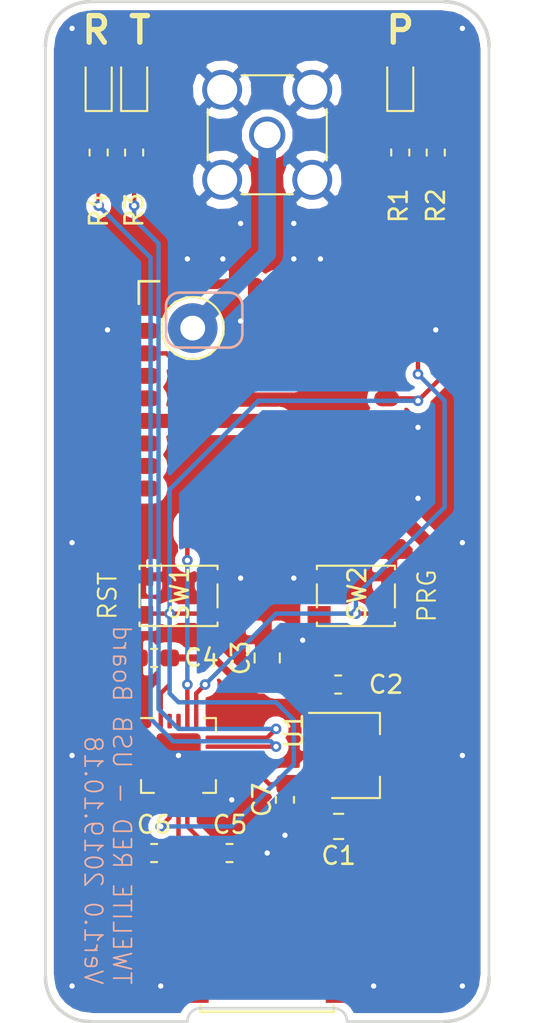
<source format=kicad_pcb>
(kicad_pcb (version 20171130) (host pcbnew "(5.0.0)")

  (general
    (thickness 1.6)
    (drawings 18)
    (tracks 193)
    (zones 0)
    (modules 22)
    (nets 46)
  )

  (page A4)
  (layers
    (0 F.Cu signal)
    (31 B.Cu signal)
    (32 B.Adhes user)
    (33 F.Adhes user)
    (34 B.Paste user)
    (35 F.Paste user)
    (36 B.SilkS user)
    (37 F.SilkS user)
    (38 B.Mask user)
    (39 F.Mask user)
    (40 Dwgs.User user)
    (41 Cmts.User user)
    (42 Eco1.User user)
    (43 Eco2.User user)
    (44 Edge.Cuts user)
    (45 Margin user)
    (46 B.CrtYd user hide)
    (47 F.CrtYd user)
    (48 B.Fab user hide)
    (49 F.Fab user hide)
  )

  (setup
    (last_trace_width 0.25)
    (user_trace_width 0.25)
    (user_trace_width 0.3)
    (user_trace_width 0.4)
    (user_trace_width 0.5)
    (user_trace_width 0.8)
    (user_trace_width 1)
    (trace_clearance 0.2)
    (zone_clearance 0.508)
    (zone_45_only no)
    (trace_min 0.2)
    (segment_width 0.2)
    (edge_width 0.15)
    (via_size 0.6)
    (via_drill 0.3)
    (via_min_size 0.4)
    (via_min_drill 0.3)
    (user_via 0.6 0.3)
    (user_via 0.8 0.4)
    (user_via 1 0.5)
    (user_via 2 1.2)
    (uvia_size 0.3)
    (uvia_drill 0.1)
    (uvias_allowed no)
    (uvia_min_size 0.2)
    (uvia_min_drill 0.1)
    (pcb_text_width 0.3)
    (pcb_text_size 1.5 1.5)
    (mod_edge_width 0.15)
    (mod_text_size 1 1)
    (mod_text_width 0.15)
    (pad_size 2.8 2.8)
    (pad_drill 1.4)
    (pad_to_mask_clearance 0)
    (aux_axis_origin 0 0)
    (visible_elements FFFFFF7F)
    (pcbplotparams
      (layerselection 0x010fc_ffffffff)
      (usegerberextensions false)
      (usegerberattributes false)
      (usegerberadvancedattributes false)
      (creategerberjobfile false)
      (excludeedgelayer true)
      (linewidth 0.100000)
      (plotframeref false)
      (viasonmask false)
      (mode 1)
      (useauxorigin false)
      (hpglpennumber 1)
      (hpglpenspeed 20)
      (hpglpendiameter 15.000000)
      (psnegative false)
      (psa4output false)
      (plotreference true)
      (plotvalue true)
      (plotinvisibletext false)
      (padsonsilk false)
      (subtractmaskfromsilk false)
      (outputformat 1)
      (mirror false)
      (drillshape 1)
      (scaleselection 1)
      (outputdirectory ""))
  )

  (net 0 "")
  (net 1 "Net-(U2-Pad1)")
  (net 2 /PRG)
  (net 3 "Net-(U2-Pad3)")
  (net 4 "Net-(U2-Pad4)")
  (net 5 +3V3)
  (net 6 "Net-(U2-Pad6)")
  (net 7 "Net-(U2-Pad7)")
  (net 8 /RXD)
  (net 9 /TXD)
  (net 10 "Net-(U2-Pad10)")
  (net 11 "Net-(U2-Pad11)")
  (net 12 "Net-(U2-Pad12)")
  (net 13 "Net-(U2-Pad13)")
  (net 14 "Net-(U2-Pad14)")
  (net 15 "Net-(U2-Pad15)")
  (net 16 "Net-(U2-Pad16)")
  (net 17 "Net-(U2-Pad17)")
  (net 18 "Net-(U2-Pad18)")
  (net 19 "Net-(U2-Pad19)")
  (net 20 GND)
  (net 21 /RST)
  (net 22 "Net-(U2-Pad22)")
  (net 23 "Net-(U2-Pad23)")
  (net 24 "Net-(U2-Pad24)")
  (net 25 "Net-(U2-Pad25)")
  (net 26 "Net-(U2-Pad26)")
  (net 27 "Net-(U2-Pad27)")
  (net 28 "Net-(U2-Pad29)")
  (net 29 +5V)
  (net 30 "Net-(C5-Pad2)")
  (net 31 "Net-(C6-Pad1)")
  (net 32 "Net-(CN1-Pad4)")
  (net 33 "Net-(U3-Pad2)")
  (net 34 "Net-(U3-Pad4)")
  (net 35 "Net-(U3-Pad5)")
  (net 36 "Net-(U3-Pad6)")
  (net 37 "Net-(U3-Pad10)")
  (net 38 "Net-(D3-Pad1)")
  (net 39 "Net-(D2-Pad1)")
  (net 40 "Net-(U3-Pad18)")
  (net 41 "Net-(U3-Pad19)")
  (net 42 /ANT)
  (net 43 "Net-(R4-Pad2)")
  (net 44 "Net-(R3-Pad2)")
  (net 45 "Net-(D1-Pad1)")

  (net_class Default "これはデフォルトのネット クラスです。"
    (clearance 0.2)
    (trace_width 0.25)
    (via_dia 0.6)
    (via_drill 0.3)
    (uvia_dia 0.3)
    (uvia_drill 0.1)
    (add_net +3V3)
    (add_net +5V)
    (add_net /ANT)
    (add_net /PRG)
    (add_net /RST)
    (add_net /RXD)
    (add_net /TXD)
    (add_net GND)
    (add_net "Net-(C5-Pad2)")
    (add_net "Net-(C6-Pad1)")
    (add_net "Net-(CN1-Pad4)")
    (add_net "Net-(D1-Pad1)")
    (add_net "Net-(D2-Pad1)")
    (add_net "Net-(D3-Pad1)")
    (add_net "Net-(R3-Pad2)")
    (add_net "Net-(R4-Pad2)")
    (add_net "Net-(U2-Pad1)")
    (add_net "Net-(U2-Pad10)")
    (add_net "Net-(U2-Pad11)")
    (add_net "Net-(U2-Pad12)")
    (add_net "Net-(U2-Pad13)")
    (add_net "Net-(U2-Pad14)")
    (add_net "Net-(U2-Pad15)")
    (add_net "Net-(U2-Pad16)")
    (add_net "Net-(U2-Pad17)")
    (add_net "Net-(U2-Pad18)")
    (add_net "Net-(U2-Pad19)")
    (add_net "Net-(U2-Pad22)")
    (add_net "Net-(U2-Pad23)")
    (add_net "Net-(U2-Pad24)")
    (add_net "Net-(U2-Pad25)")
    (add_net "Net-(U2-Pad26)")
    (add_net "Net-(U2-Pad27)")
    (add_net "Net-(U2-Pad29)")
    (add_net "Net-(U2-Pad3)")
    (add_net "Net-(U2-Pad4)")
    (add_net "Net-(U2-Pad6)")
    (add_net "Net-(U2-Pad7)")
    (add_net "Net-(U3-Pad10)")
    (add_net "Net-(U3-Pad18)")
    (add_net "Net-(U3-Pad19)")
    (add_net "Net-(U3-Pad2)")
    (add_net "Net-(U3-Pad4)")
    (add_net "Net-(U3-Pad5)")
    (add_net "Net-(U3-Pad6)")
  )

  (module TestPoint:TestPoint_THTPad_D3.0mm_Drill1.5mm (layer F.Cu) (tedit 5DA94F6F) (tstamp 5DB60B52)
    (at 65.8 40.9)
    (descr "THT pad as test Point, diameter 3.0mm, hole diameter 1.5mm")
    (tags "test point THT pad")
    (path /5DAAF685)
    (attr virtual)
    (fp_text reference TP1 (at 1.7 2.7) (layer F.SilkS) hide
      (effects (font (size 1 1) (thickness 0.15)))
    )
    (fp_text value ANT (at 0 2.55) (layer F.Fab)
      (effects (font (size 1 1) (thickness 0.15)))
    )
    (fp_text user %R (at 0 -2.4) (layer F.Fab)
      (effects (font (size 1 1) (thickness 0.15)))
    )
    (fp_circle (center 0 0) (end 2 0) (layer F.CrtYd) (width 0.05))
    (fp_circle (center 0 0) (end 0 1.75) (layer F.SilkS) (width 0.12))
    (pad 1 thru_hole circle (at 0 0) (size 2.8 2.8) (drill 1.4) (layers *.Cu *.Mask)
      (net 42 /ANT))
  )

  (module Capacitor_SMD:C_0603_1608Metric_Pad1.05x0.95mm_HandSolder (layer F.Cu) (tedit 5B301BBE) (tstamp 5DB5C2D0)
    (at 63.625 59.5 180)
    (descr "Capacitor SMD 0603 (1608 Metric), square (rectangular) end terminal, IPC_7351 nominal with elongated pad for handsoldering. (Body size source: http://www.tortai-tech.com/upload/download/2011102023233369053.pdf), generated with kicad-footprint-generator")
    (tags "capacitor handsolder")
    (path /5DA97B10)
    (attr smd)
    (fp_text reference C4 (at -2.675 0 180) (layer F.SilkS)
      (effects (font (size 1 1) (thickness 0.15)))
    )
    (fp_text value 0.1u (at 0 1.43 180) (layer F.Fab)
      (effects (font (size 1 1) (thickness 0.15)))
    )
    (fp_line (start -0.8 0.4) (end -0.8 -0.4) (layer F.Fab) (width 0.1))
    (fp_line (start -0.8 -0.4) (end 0.8 -0.4) (layer F.Fab) (width 0.1))
    (fp_line (start 0.8 -0.4) (end 0.8 0.4) (layer F.Fab) (width 0.1))
    (fp_line (start 0.8 0.4) (end -0.8 0.4) (layer F.Fab) (width 0.1))
    (fp_line (start -0.171267 -0.51) (end 0.171267 -0.51) (layer F.SilkS) (width 0.12))
    (fp_line (start -0.171267 0.51) (end 0.171267 0.51) (layer F.SilkS) (width 0.12))
    (fp_line (start -1.65 0.73) (end -1.65 -0.73) (layer F.CrtYd) (width 0.05))
    (fp_line (start -1.65 -0.73) (end 1.65 -0.73) (layer F.CrtYd) (width 0.05))
    (fp_line (start 1.65 -0.73) (end 1.65 0.73) (layer F.CrtYd) (width 0.05))
    (fp_line (start 1.65 0.73) (end -1.65 0.73) (layer F.CrtYd) (width 0.05))
    (fp_text user %R (at 0 0 180) (layer F.Fab)
      (effects (font (size 0.4 0.4) (thickness 0.06)))
    )
    (pad 1 smd roundrect (at -0.875 0 180) (size 1.05 0.95) (layers F.Cu F.Paste F.Mask) (roundrect_rratio 0.25)
      (net 5 +3V3))
    (pad 2 smd roundrect (at 0.875 0 180) (size 1.05 0.95) (layers F.Cu F.Paste F.Mask) (roundrect_rratio 0.25)
      (net 20 GND))
    (model ${KISYS3DMOD}/Capacitor_SMD.3dshapes/C_0603_1608Metric.wrl
      (at (xyz 0 0 0))
      (scale (xyz 1 1 1))
      (rotate (xyz 0 0 0))
    )
  )

  (module Capacitor_SMD:C_0603_1608Metric_Pad1.05x0.95mm_HandSolder (layer F.Cu) (tedit 5B301BBE) (tstamp 5DB5A326)
    (at 74 61)
    (descr "Capacitor SMD 0603 (1608 Metric), square (rectangular) end terminal, IPC_7351 nominal with elongated pad for handsoldering. (Body size source: http://www.tortai-tech.com/upload/download/2011102023233369053.pdf), generated with kicad-footprint-generator")
    (tags "capacitor handsolder")
    (path /5DA94276)
    (attr smd)
    (fp_text reference C2 (at 2.7 0) (layer F.SilkS)
      (effects (font (size 1 1) (thickness 0.15)))
    )
    (fp_text value 0.1u (at 0 1.43) (layer F.Fab)
      (effects (font (size 1 1) (thickness 0.15)))
    )
    (fp_text user %R (at 0 0) (layer F.Fab)
      (effects (font (size 0.4 0.4) (thickness 0.06)))
    )
    (fp_line (start 1.65 0.73) (end -1.65 0.73) (layer F.CrtYd) (width 0.05))
    (fp_line (start 1.65 -0.73) (end 1.65 0.73) (layer F.CrtYd) (width 0.05))
    (fp_line (start -1.65 -0.73) (end 1.65 -0.73) (layer F.CrtYd) (width 0.05))
    (fp_line (start -1.65 0.73) (end -1.65 -0.73) (layer F.CrtYd) (width 0.05))
    (fp_line (start -0.171267 0.51) (end 0.171267 0.51) (layer F.SilkS) (width 0.12))
    (fp_line (start -0.171267 -0.51) (end 0.171267 -0.51) (layer F.SilkS) (width 0.12))
    (fp_line (start 0.8 0.4) (end -0.8 0.4) (layer F.Fab) (width 0.1))
    (fp_line (start 0.8 -0.4) (end 0.8 0.4) (layer F.Fab) (width 0.1))
    (fp_line (start -0.8 -0.4) (end 0.8 -0.4) (layer F.Fab) (width 0.1))
    (fp_line (start -0.8 0.4) (end -0.8 -0.4) (layer F.Fab) (width 0.1))
    (pad 2 smd roundrect (at 0.875 0) (size 1.05 0.95) (layers F.Cu F.Paste F.Mask) (roundrect_rratio 0.25)
      (net 20 GND))
    (pad 1 smd roundrect (at -0.875 0) (size 1.05 0.95) (layers F.Cu F.Paste F.Mask) (roundrect_rratio 0.25)
      (net 5 +3V3))
    (model ${KISYS3DMOD}/Capacitor_SMD.3dshapes/C_0603_1608Metric.wrl
      (at (xyz 0 0 0))
      (scale (xyz 1 1 1))
      (rotate (xyz 0 0 0))
    )
  )

  (module Capacitor_SMD:C_0603_1608Metric_Pad1.05x0.95mm_HandSolder (layer F.Cu) (tedit 5B301BBE) (tstamp 5DB5A315)
    (at 67.875 70.5 180)
    (descr "Capacitor SMD 0603 (1608 Metric), square (rectangular) end terminal, IPC_7351 nominal with elongated pad for handsoldering. (Body size source: http://www.tortai-tech.com/upload/download/2011102023233369053.pdf), generated with kicad-footprint-generator")
    (tags "capacitor handsolder")
    (path /5DA9542B)
    (attr smd)
    (fp_text reference C5 (at -0.025 1.6 180) (layer F.SilkS)
      (effects (font (size 1 1) (thickness 0.15)))
    )
    (fp_text value 47p (at 0 1.43 180) (layer F.Fab)
      (effects (font (size 1 1) (thickness 0.15)))
    )
    (fp_line (start -0.8 0.4) (end -0.8 -0.4) (layer F.Fab) (width 0.1))
    (fp_line (start -0.8 -0.4) (end 0.8 -0.4) (layer F.Fab) (width 0.1))
    (fp_line (start 0.8 -0.4) (end 0.8 0.4) (layer F.Fab) (width 0.1))
    (fp_line (start 0.8 0.4) (end -0.8 0.4) (layer F.Fab) (width 0.1))
    (fp_line (start -0.171267 -0.51) (end 0.171267 -0.51) (layer F.SilkS) (width 0.12))
    (fp_line (start -0.171267 0.51) (end 0.171267 0.51) (layer F.SilkS) (width 0.12))
    (fp_line (start -1.65 0.73) (end -1.65 -0.73) (layer F.CrtYd) (width 0.05))
    (fp_line (start -1.65 -0.73) (end 1.65 -0.73) (layer F.CrtYd) (width 0.05))
    (fp_line (start 1.65 -0.73) (end 1.65 0.73) (layer F.CrtYd) (width 0.05))
    (fp_line (start 1.65 0.73) (end -1.65 0.73) (layer F.CrtYd) (width 0.05))
    (fp_text user %R (at 0 0 180) (layer F.Fab)
      (effects (font (size 0.4 0.4) (thickness 0.06)))
    )
    (pad 1 smd roundrect (at -0.875 0 180) (size 1.05 0.95) (layers F.Cu F.Paste F.Mask) (roundrect_rratio 0.25)
      (net 20 GND))
    (pad 2 smd roundrect (at 0.875 0 180) (size 1.05 0.95) (layers F.Cu F.Paste F.Mask) (roundrect_rratio 0.25)
      (net 30 "Net-(C5-Pad2)"))
    (model ${KISYS3DMOD}/Capacitor_SMD.3dshapes/C_0603_1608Metric.wrl
      (at (xyz 0 0 0))
      (scale (xyz 1 1 1))
      (rotate (xyz 0 0 0))
    )
  )

  (module Capacitor_SMD:C_0603_1608Metric_Pad1.05x0.95mm_HandSolder (layer F.Cu) (tedit 5B301BBE) (tstamp 5DB5A304)
    (at 63.625 70.5 180)
    (descr "Capacitor SMD 0603 (1608 Metric), square (rectangular) end terminal, IPC_7351 nominal with elongated pad for handsoldering. (Body size source: http://www.tortai-tech.com/upload/download/2011102023233369053.pdf), generated with kicad-footprint-generator")
    (tags "capacitor handsolder")
    (path /5DA95171)
    (attr smd)
    (fp_text reference C6 (at 0 1.6 180) (layer F.SilkS)
      (effects (font (size 1 1) (thickness 0.15)))
    )
    (fp_text value 47p (at 0 1.43 180) (layer F.Fab)
      (effects (font (size 1 1) (thickness 0.15)))
    )
    (fp_text user %R (at 0 0 180) (layer F.Fab)
      (effects (font (size 0.4 0.4) (thickness 0.06)))
    )
    (fp_line (start 1.65 0.73) (end -1.65 0.73) (layer F.CrtYd) (width 0.05))
    (fp_line (start 1.65 -0.73) (end 1.65 0.73) (layer F.CrtYd) (width 0.05))
    (fp_line (start -1.65 -0.73) (end 1.65 -0.73) (layer F.CrtYd) (width 0.05))
    (fp_line (start -1.65 0.73) (end -1.65 -0.73) (layer F.CrtYd) (width 0.05))
    (fp_line (start -0.171267 0.51) (end 0.171267 0.51) (layer F.SilkS) (width 0.12))
    (fp_line (start -0.171267 -0.51) (end 0.171267 -0.51) (layer F.SilkS) (width 0.12))
    (fp_line (start 0.8 0.4) (end -0.8 0.4) (layer F.Fab) (width 0.1))
    (fp_line (start 0.8 -0.4) (end 0.8 0.4) (layer F.Fab) (width 0.1))
    (fp_line (start -0.8 -0.4) (end 0.8 -0.4) (layer F.Fab) (width 0.1))
    (fp_line (start -0.8 0.4) (end -0.8 -0.4) (layer F.Fab) (width 0.1))
    (pad 2 smd roundrect (at 0.875 0 180) (size 1.05 0.95) (layers F.Cu F.Paste F.Mask) (roundrect_rratio 0.25)
      (net 20 GND))
    (pad 1 smd roundrect (at -0.875 0 180) (size 1.05 0.95) (layers F.Cu F.Paste F.Mask) (roundrect_rratio 0.25)
      (net 31 "Net-(C6-Pad1)"))
    (model ${KISYS3DMOD}/Capacitor_SMD.3dshapes/C_0603_1608Metric.wrl
      (at (xyz 0 0 0))
      (scale (xyz 1 1 1))
      (rotate (xyz 0 0 0))
    )
  )

  (module Capacitor_SMD:C_0603_1608Metric_Pad1.05x0.95mm_HandSolder (layer F.Cu) (tedit 5B301BBE) (tstamp 5DB5A2F3)
    (at 71 67.5 270)
    (descr "Capacitor SMD 0603 (1608 Metric), square (rectangular) end terminal, IPC_7351 nominal with elongated pad for handsoldering. (Body size source: http://www.tortai-tech.com/upload/download/2011102023233369053.pdf), generated with kicad-footprint-generator")
    (tags "capacitor handsolder")
    (path /5DA94342)
    (attr smd)
    (fp_text reference C7 (at 0 1.3 270) (layer F.SilkS)
      (effects (font (size 1 1) (thickness 0.15)))
    )
    (fp_text value 0.1u (at 0 1.43 270) (layer F.Fab)
      (effects (font (size 1 1) (thickness 0.15)))
    )
    (fp_line (start -0.8 0.4) (end -0.8 -0.4) (layer F.Fab) (width 0.1))
    (fp_line (start -0.8 -0.4) (end 0.8 -0.4) (layer F.Fab) (width 0.1))
    (fp_line (start 0.8 -0.4) (end 0.8 0.4) (layer F.Fab) (width 0.1))
    (fp_line (start 0.8 0.4) (end -0.8 0.4) (layer F.Fab) (width 0.1))
    (fp_line (start -0.171267 -0.51) (end 0.171267 -0.51) (layer F.SilkS) (width 0.12))
    (fp_line (start -0.171267 0.51) (end 0.171267 0.51) (layer F.SilkS) (width 0.12))
    (fp_line (start -1.65 0.73) (end -1.65 -0.73) (layer F.CrtYd) (width 0.05))
    (fp_line (start -1.65 -0.73) (end 1.65 -0.73) (layer F.CrtYd) (width 0.05))
    (fp_line (start 1.65 -0.73) (end 1.65 0.73) (layer F.CrtYd) (width 0.05))
    (fp_line (start 1.65 0.73) (end -1.65 0.73) (layer F.CrtYd) (width 0.05))
    (fp_text user %R (at 0 0 270) (layer F.Fab)
      (effects (font (size 0.4 0.4) (thickness 0.06)))
    )
    (pad 1 smd roundrect (at -0.875 0 270) (size 1.05 0.95) (layers F.Cu F.Paste F.Mask) (roundrect_rratio 0.25)
      (net 29 +5V))
    (pad 2 smd roundrect (at 0.875 0 270) (size 1.05 0.95) (layers F.Cu F.Paste F.Mask) (roundrect_rratio 0.25)
      (net 20 GND))
    (model ${KISYS3DMOD}/Capacitor_SMD.3dshapes/C_0603_1608Metric.wrl
      (at (xyz 0 0 0))
      (scale (xyz 1 1 1))
      (rotate (xyz 0 0 0))
    )
  )

  (module Capacitor_SMD:C_0805_2012Metric_Pad1.15x1.40mm_HandSolder (layer F.Cu) (tedit 5B36C52B) (tstamp 5DB5A2E2)
    (at 70 59.5 90)
    (descr "Capacitor SMD 0805 (2012 Metric), square (rectangular) end terminal, IPC_7351 nominal with elongated pad for handsoldering. (Body size source: https://docs.google.com/spreadsheets/d/1BsfQQcO9C6DZCsRaXUlFlo91Tg2WpOkGARC1WS5S8t0/edit?usp=sharing), generated with kicad-footprint-generator")
    (tags "capacitor handsolder")
    (path /5DA9430A)
    (attr smd)
    (fp_text reference C3 (at 0 -1.5 270) (layer F.SilkS)
      (effects (font (size 1 1) (thickness 0.15)))
    )
    (fp_text value 10u (at 0 1.65 90) (layer F.Fab)
      (effects (font (size 1 1) (thickness 0.15)))
    )
    (fp_line (start -1 0.6) (end -1 -0.6) (layer F.Fab) (width 0.1))
    (fp_line (start -1 -0.6) (end 1 -0.6) (layer F.Fab) (width 0.1))
    (fp_line (start 1 -0.6) (end 1 0.6) (layer F.Fab) (width 0.1))
    (fp_line (start 1 0.6) (end -1 0.6) (layer F.Fab) (width 0.1))
    (fp_line (start -0.261252 -0.71) (end 0.261252 -0.71) (layer F.SilkS) (width 0.12))
    (fp_line (start -0.261252 0.71) (end 0.261252 0.71) (layer F.SilkS) (width 0.12))
    (fp_line (start -1.85 0.95) (end -1.85 -0.95) (layer F.CrtYd) (width 0.05))
    (fp_line (start -1.85 -0.95) (end 1.85 -0.95) (layer F.CrtYd) (width 0.05))
    (fp_line (start 1.85 -0.95) (end 1.85 0.95) (layer F.CrtYd) (width 0.05))
    (fp_line (start 1.85 0.95) (end -1.85 0.95) (layer F.CrtYd) (width 0.05))
    (fp_text user %R (at 0 0 90) (layer F.Fab)
      (effects (font (size 0.5 0.5) (thickness 0.08)))
    )
    (pad 1 smd roundrect (at -1.025 0 90) (size 1.15 1.4) (layers F.Cu F.Paste F.Mask) (roundrect_rratio 0.217391)
      (net 5 +3V3))
    (pad 2 smd roundrect (at 1.025 0 90) (size 1.15 1.4) (layers F.Cu F.Paste F.Mask) (roundrect_rratio 0.217391)
      (net 20 GND))
    (model ${KISYS3DMOD}/Capacitor_SMD.3dshapes/C_0805_2012Metric.wrl
      (at (xyz 0 0 0))
      (scale (xyz 1 1 1))
      (rotate (xyz 0 0 0))
    )
  )

  (module Capacitor_SMD:C_0805_2012Metric_Pad1.15x1.40mm_HandSolder (layer F.Cu) (tedit 5B36C52B) (tstamp 5DB5A2C0)
    (at 74.025 69 180)
    (descr "Capacitor SMD 0805 (2012 Metric), square (rectangular) end terminal, IPC_7351 nominal with elongated pad for handsoldering. (Body size source: https://docs.google.com/spreadsheets/d/1BsfQQcO9C6DZCsRaXUlFlo91Tg2WpOkGARC1WS5S8t0/edit?usp=sharing), generated with kicad-footprint-generator")
    (tags "capacitor handsolder")
    (path /5DA955A9)
    (attr smd)
    (fp_text reference C1 (at 0 -1.65 180) (layer F.SilkS)
      (effects (font (size 1 1) (thickness 0.15)))
    )
    (fp_text value 10u (at 0 1.65 180) (layer F.Fab)
      (effects (font (size 1 1) (thickness 0.15)))
    )
    (fp_line (start -1 0.6) (end -1 -0.6) (layer F.Fab) (width 0.1))
    (fp_line (start -1 -0.6) (end 1 -0.6) (layer F.Fab) (width 0.1))
    (fp_line (start 1 -0.6) (end 1 0.6) (layer F.Fab) (width 0.1))
    (fp_line (start 1 0.6) (end -1 0.6) (layer F.Fab) (width 0.1))
    (fp_line (start -0.261252 -0.71) (end 0.261252 -0.71) (layer F.SilkS) (width 0.12))
    (fp_line (start -0.261252 0.71) (end 0.261252 0.71) (layer F.SilkS) (width 0.12))
    (fp_line (start -1.85 0.95) (end -1.85 -0.95) (layer F.CrtYd) (width 0.05))
    (fp_line (start -1.85 -0.95) (end 1.85 -0.95) (layer F.CrtYd) (width 0.05))
    (fp_line (start 1.85 -0.95) (end 1.85 0.95) (layer F.CrtYd) (width 0.05))
    (fp_line (start 1.85 0.95) (end -1.85 0.95) (layer F.CrtYd) (width 0.05))
    (fp_text user %R (at 0 0 180) (layer F.Fab)
      (effects (font (size 0.5 0.5) (thickness 0.08)))
    )
    (pad 1 smd roundrect (at -1.025 0 180) (size 1.15 1.4) (layers F.Cu F.Paste F.Mask) (roundrect_rratio 0.217391)
      (net 20 GND))
    (pad 2 smd roundrect (at 1.025 0 180) (size 1.15 1.4) (layers F.Cu F.Paste F.Mask) (roundrect_rratio 0.217391)
      (net 29 +5V))
    (model ${KISYS3DMOD}/Capacitor_SMD.3dshapes/C_0805_2012Metric.wrl
      (at (xyz 0 0 0))
      (scale (xyz 1 1 1))
      (rotate (xyz 0 0 0))
    )
  )

  (module Connector_Coaxial:SMA_Amphenol_901-144_Vertical (layer F.Cu) (tedit 5DA953C8) (tstamp 5DB5A2AF)
    (at 70 30)
    (descr https://www.amphenolrf.com/downloads/dl/file/id/7023/product/3103/901_144_customer_drawing.pdf)
    (tags "SMA THT Female Jack Vertical")
    (path /5DA946C5)
    (fp_text reference J1 (at 0 -4.75) (layer F.SilkS) hide
      (effects (font (size 1 1) (thickness 0.15)))
    )
    (fp_text value SMA (at 0 5) (layer F.Fab)
      (effects (font (size 1 1) (thickness 0.15)))
    )
    (fp_circle (center 0 0) (end 3.175 0) (layer F.Fab) (width 0.1))
    (fp_line (start 4.17 4.17) (end -4.17 4.17) (layer F.CrtYd) (width 0.05))
    (fp_line (start 4.17 4.17) (end 4.17 -4.17) (layer F.CrtYd) (width 0.05))
    (fp_line (start -4.17 -4.17) (end -4.17 4.17) (layer F.CrtYd) (width 0.05))
    (fp_line (start -4.17 -4.17) (end 4.17 -4.17) (layer F.CrtYd) (width 0.05))
    (fp_line (start -3.175 -3.175) (end 3.175 -3.175) (layer F.Fab) (width 0.1))
    (fp_line (start -3.175 -3.175) (end -3.175 3.175) (layer F.Fab) (width 0.1))
    (fp_line (start -3.175 3.175) (end 3.175 3.175) (layer F.Fab) (width 0.1))
    (fp_line (start 3.175 -3.175) (end 3.175 3.175) (layer F.Fab) (width 0.1))
    (fp_line (start -3.355 -1.45) (end -3.355 1.45) (layer F.SilkS) (width 0.12))
    (fp_line (start 3.355 -1.45) (end 3.355 1.45) (layer F.SilkS) (width 0.12))
    (fp_line (start -1.45 3.355) (end 1.45 3.355) (layer F.SilkS) (width 0.12))
    (fp_line (start -1.45 -3.355) (end 1.45 -3.355) (layer F.SilkS) (width 0.12))
    (fp_text user %R (at 0 0) (layer F.Fab)
      (effects (font (size 1 1) (thickness 0.15)))
    )
    (pad 1 thru_hole circle (at 0 0) (size 2.05 2.05) (drill 1.5) (layers *.Cu *.Mask)
      (net 42 /ANT))
    (pad 2 thru_hole circle (at 2.54 2.54) (size 2.25 2.25) (drill 1.7) (layers *.Cu *.Mask)
      (net 20 GND))
    (pad 2 thru_hole circle (at 2.54 -2.54) (size 2.25 2.25) (drill 1.7) (layers *.Cu *.Mask)
      (net 20 GND))
    (pad 2 thru_hole circle (at -2.54 -2.54) (size 2.25 2.25) (drill 1.7) (layers *.Cu *.Mask)
      (net 20 GND))
    (pad 2 thru_hole circle (at -2.54 2.54) (size 2.25 2.25) (drill 1.7) (layers *.Cu *.Mask)
      (net 20 GND))
    (model ${KISYS3DMOD}/Connector_Coaxial.3dshapes/SMA_Amphenol_901-144_Vertical.wrl
      (at (xyz 0 0 0))
      (scale (xyz 1 1 1))
      (rotate (xyz 0 0 0))
    )
  )

  (module LED_SMD:LED_0603_1608Metric_Pad1.05x0.95mm_HandSolder (layer F.Cu) (tedit 5DA95451) (tstamp 5DB5A298)
    (at 77.5 27 90)
    (descr "LED SMD 0603 (1608 Metric), square (rectangular) end terminal, IPC_7351 nominal, (Body size source: http://www.tortai-tech.com/upload/download/2011102023233369053.pdf), generated with kicad-footprint-generator")
    (tags "LED handsolder")
    (path /5DAA6E44)
    (attr smd)
    (fp_text reference D1 (at 0 1.9 90) (layer F.SilkS) hide
      (effects (font (size 1 1) (thickness 0.15)))
    )
    (fp_text value PWR (at 0 1.43 90) (layer F.Fab)
      (effects (font (size 1 1) (thickness 0.15)))
    )
    (fp_line (start 0.8 -0.4) (end -0.5 -0.4) (layer F.Fab) (width 0.1))
    (fp_line (start -0.5 -0.4) (end -0.8 -0.1) (layer F.Fab) (width 0.1))
    (fp_line (start -0.8 -0.1) (end -0.8 0.4) (layer F.Fab) (width 0.1))
    (fp_line (start -0.8 0.4) (end 0.8 0.4) (layer F.Fab) (width 0.1))
    (fp_line (start 0.8 0.4) (end 0.8 -0.4) (layer F.Fab) (width 0.1))
    (fp_line (start 0.8 -0.735) (end -1.66 -0.735) (layer F.SilkS) (width 0.12))
    (fp_line (start -1.66 -0.735) (end -1.66 0.735) (layer F.SilkS) (width 0.12))
    (fp_line (start -1.66 0.735) (end 0.8 0.735) (layer F.SilkS) (width 0.12))
    (fp_line (start -1.65 0.73) (end -1.65 -0.73) (layer F.CrtYd) (width 0.05))
    (fp_line (start -1.65 -0.73) (end 1.65 -0.73) (layer F.CrtYd) (width 0.05))
    (fp_line (start 1.65 -0.73) (end 1.65 0.73) (layer F.CrtYd) (width 0.05))
    (fp_line (start 1.65 0.73) (end -1.65 0.73) (layer F.CrtYd) (width 0.05))
    (fp_text user %R (at 0 0 90) (layer F.Fab)
      (effects (font (size 0.4 0.4) (thickness 0.06)))
    )
    (pad 1 smd roundrect (at -0.875 0 90) (size 1.05 0.95) (layers F.Cu F.Paste F.Mask) (roundrect_rratio 0.25)
      (net 45 "Net-(D1-Pad1)"))
    (pad 2 smd roundrect (at 0.875 0 90) (size 1.05 0.95) (layers F.Cu F.Paste F.Mask) (roundrect_rratio 0.25)
      (net 5 +3V3))
    (model ${KISYS3DMOD}/LED_SMD.3dshapes/LED_0603_1608Metric.wrl
      (at (xyz 0 0 0))
      (scale (xyz 1 1 1))
      (rotate (xyz 0 0 0))
    )
  )

  (module LED_SMD:LED_0603_1608Metric_Pad1.05x0.95mm_HandSolder (layer F.Cu) (tedit 5DA95447) (tstamp 5DB5A285)
    (at 62.5 27 90)
    (descr "LED SMD 0603 (1608 Metric), square (rectangular) end terminal, IPC_7351 nominal, (Body size source: http://www.tortai-tech.com/upload/download/2011102023233369053.pdf), generated with kicad-footprint-generator")
    (tags "LED handsolder")
    (path /5DA9BB1A)
    (attr smd)
    (fp_text reference D2 (at -7 0 90) (layer F.SilkS) hide
      (effects (font (size 1 1) (thickness 0.15)))
    )
    (fp_text value TX (at 0 1.43 90) (layer F.Fab)
      (effects (font (size 1 1) (thickness 0.15)))
    )
    (fp_text user %R (at 0 0 90) (layer F.Fab)
      (effects (font (size 0.4 0.4) (thickness 0.06)))
    )
    (fp_line (start 1.65 0.73) (end -1.65 0.73) (layer F.CrtYd) (width 0.05))
    (fp_line (start 1.65 -0.73) (end 1.65 0.73) (layer F.CrtYd) (width 0.05))
    (fp_line (start -1.65 -0.73) (end 1.65 -0.73) (layer F.CrtYd) (width 0.05))
    (fp_line (start -1.65 0.73) (end -1.65 -0.73) (layer F.CrtYd) (width 0.05))
    (fp_line (start -1.66 0.735) (end 0.8 0.735) (layer F.SilkS) (width 0.12))
    (fp_line (start -1.66 -0.735) (end -1.66 0.735) (layer F.SilkS) (width 0.12))
    (fp_line (start 0.8 -0.735) (end -1.66 -0.735) (layer F.SilkS) (width 0.12))
    (fp_line (start 0.8 0.4) (end 0.8 -0.4) (layer F.Fab) (width 0.1))
    (fp_line (start -0.8 0.4) (end 0.8 0.4) (layer F.Fab) (width 0.1))
    (fp_line (start -0.8 -0.1) (end -0.8 0.4) (layer F.Fab) (width 0.1))
    (fp_line (start -0.5 -0.4) (end -0.8 -0.1) (layer F.Fab) (width 0.1))
    (fp_line (start 0.8 -0.4) (end -0.5 -0.4) (layer F.Fab) (width 0.1))
    (pad 2 smd roundrect (at 0.875 0 90) (size 1.05 0.95) (layers F.Cu F.Paste F.Mask) (roundrect_rratio 0.25)
      (net 5 +3V3))
    (pad 1 smd roundrect (at -0.875 0 90) (size 1.05 0.95) (layers F.Cu F.Paste F.Mask) (roundrect_rratio 0.25)
      (net 39 "Net-(D2-Pad1)"))
    (model ${KISYS3DMOD}/LED_SMD.3dshapes/LED_0603_1608Metric.wrl
      (at (xyz 0 0 0))
      (scale (xyz 1 1 1))
      (rotate (xyz 0 0 0))
    )
  )

  (module LED_SMD:LED_0603_1608Metric_Pad1.05x0.95mm_HandSolder (layer F.Cu) (tedit 5DA9544A) (tstamp 5DB5A272)
    (at 60.5 27 90)
    (descr "LED SMD 0603 (1608 Metric), square (rectangular) end terminal, IPC_7351 nominal, (Body size source: http://www.tortai-tech.com/upload/download/2011102023233369053.pdf), generated with kicad-footprint-generator")
    (tags "LED handsolder")
    (path /5DA9BC26)
    (attr smd)
    (fp_text reference D3 (at -7 0 90) (layer F.SilkS) hide
      (effects (font (size 1 1) (thickness 0.15)))
    )
    (fp_text value RX (at 0 1.43 90) (layer F.Fab)
      (effects (font (size 1 1) (thickness 0.15)))
    )
    (fp_line (start 0.8 -0.4) (end -0.5 -0.4) (layer F.Fab) (width 0.1))
    (fp_line (start -0.5 -0.4) (end -0.8 -0.1) (layer F.Fab) (width 0.1))
    (fp_line (start -0.8 -0.1) (end -0.8 0.4) (layer F.Fab) (width 0.1))
    (fp_line (start -0.8 0.4) (end 0.8 0.4) (layer F.Fab) (width 0.1))
    (fp_line (start 0.8 0.4) (end 0.8 -0.4) (layer F.Fab) (width 0.1))
    (fp_line (start 0.8 -0.735) (end -1.66 -0.735) (layer F.SilkS) (width 0.12))
    (fp_line (start -1.66 -0.735) (end -1.66 0.735) (layer F.SilkS) (width 0.12))
    (fp_line (start -1.66 0.735) (end 0.8 0.735) (layer F.SilkS) (width 0.12))
    (fp_line (start -1.65 0.73) (end -1.65 -0.73) (layer F.CrtYd) (width 0.05))
    (fp_line (start -1.65 -0.73) (end 1.65 -0.73) (layer F.CrtYd) (width 0.05))
    (fp_line (start 1.65 -0.73) (end 1.65 0.73) (layer F.CrtYd) (width 0.05))
    (fp_line (start 1.65 0.73) (end -1.65 0.73) (layer F.CrtYd) (width 0.05))
    (fp_text user %R (at 0 0 90) (layer F.Fab)
      (effects (font (size 0.4 0.4) (thickness 0.06)))
    )
    (pad 1 smd roundrect (at -0.875 0 90) (size 1.05 0.95) (layers F.Cu F.Paste F.Mask) (roundrect_rratio 0.25)
      (net 38 "Net-(D3-Pad1)"))
    (pad 2 smd roundrect (at 0.875 0 90) (size 1.05 0.95) (layers F.Cu F.Paste F.Mask) (roundrect_rratio 0.25)
      (net 5 +3V3))
    (model ${KISYS3DMOD}/LED_SMD.3dshapes/LED_0603_1608Metric.wrl
      (at (xyz 0 0 0))
      (scale (xyz 1 1 1))
      (rotate (xyz 0 0 0))
    )
  )

  (module Package_DFN_QFN:QFN-20-1EP_4x4mm_P0.5mm_EP2.5x2.5mm (layer F.Cu) (tedit 5DA95510) (tstamp 5DB5A25F)
    (at 65 65)
    (descr "QFN, 20 Pin (http://ww1.microchip.com/downloads/en/PackagingSpec/00000049BQ.pdf (Page 274)), generated with kicad-footprint-generator ipc_dfn_qfn_generator.py")
    (tags "QFN DFN_QFN")
    (path /5DA98E82)
    (attr smd)
    (fp_text reference U3 (at -1.6 -3.4) (layer F.SilkS) hide
      (effects (font (size 1 1) (thickness 0.15)))
    )
    (fp_text value FT231XQ (at 0 3.3) (layer F.Fab)
      (effects (font (size 1 1) (thickness 0.15)))
    )
    (fp_line (start 1.385 -2.11) (end 2.11 -2.11) (layer F.SilkS) (width 0.12))
    (fp_line (start 2.11 -2.11) (end 2.11 -1.385) (layer F.SilkS) (width 0.12))
    (fp_line (start -1.385 2.11) (end -2.11 2.11) (layer F.SilkS) (width 0.12))
    (fp_line (start -2.11 2.11) (end -2.11 1.385) (layer F.SilkS) (width 0.12))
    (fp_line (start 1.385 2.11) (end 2.11 2.11) (layer F.SilkS) (width 0.12))
    (fp_line (start 2.11 2.11) (end 2.11 1.385) (layer F.SilkS) (width 0.12))
    (fp_line (start -1.385 -2.11) (end -2.11 -2.11) (layer F.SilkS) (width 0.12))
    (fp_line (start -1 -2) (end 2 -2) (layer F.Fab) (width 0.1))
    (fp_line (start 2 -2) (end 2 2) (layer F.Fab) (width 0.1))
    (fp_line (start 2 2) (end -2 2) (layer F.Fab) (width 0.1))
    (fp_line (start -2 2) (end -2 -1) (layer F.Fab) (width 0.1))
    (fp_line (start -2 -1) (end -1 -2) (layer F.Fab) (width 0.1))
    (fp_line (start -2.6 -2.6) (end -2.6 2.6) (layer F.CrtYd) (width 0.05))
    (fp_line (start -2.6 2.6) (end 2.6 2.6) (layer F.CrtYd) (width 0.05))
    (fp_line (start 2.6 2.6) (end 2.6 -2.6) (layer F.CrtYd) (width 0.05))
    (fp_line (start 2.6 -2.6) (end -2.6 -2.6) (layer F.CrtYd) (width 0.05))
    (fp_text user %R (at 0 0) (layer F.Fab)
      (effects (font (size 1 1) (thickness 0.15)))
    )
    (pad 21 smd roundrect (at 0 0) (size 2.5 2.5) (layers F.Cu F.Mask) (roundrect_rratio 0.1)
      (net 20 GND))
    (pad "" smd roundrect (at -0.625 -0.625) (size 1.01 1.01) (layers F.Paste) (roundrect_rratio 0.247525))
    (pad "" smd roundrect (at -0.625 0.625) (size 1.01 1.01) (layers F.Paste) (roundrect_rratio 0.247525))
    (pad "" smd roundrect (at 0.625 -0.625) (size 1.01 1.01) (layers F.Paste) (roundrect_rratio 0.247525))
    (pad "" smd roundrect (at 0.625 0.625) (size 1.01 1.01) (layers F.Paste) (roundrect_rratio 0.247525))
    (pad 1 smd roundrect (at -1.9375 -1) (size 0.825 0.25) (layers F.Cu F.Paste F.Mask) (roundrect_rratio 0.25)
      (net 8 /RXD))
    (pad 2 smd roundrect (at -1.9375 -0.5) (size 0.825 0.25) (layers F.Cu F.Paste F.Mask) (roundrect_rratio 0.25)
      (net 33 "Net-(U3-Pad2)"))
    (pad 3 smd roundrect (at -1.9375 0) (size 0.825 0.25) (layers F.Cu F.Paste F.Mask) (roundrect_rratio 0.25)
      (net 20 GND))
    (pad 4 smd roundrect (at -1.9375 0.5) (size 0.825 0.25) (layers F.Cu F.Paste F.Mask) (roundrect_rratio 0.25)
      (net 34 "Net-(U3-Pad4)"))
    (pad 5 smd roundrect (at -1.9375 1) (size 0.825 0.25) (layers F.Cu F.Paste F.Mask) (roundrect_rratio 0.25)
      (net 35 "Net-(U3-Pad5)"))
    (pad 6 smd roundrect (at -1 1.9375) (size 0.25 0.825) (layers F.Cu F.Paste F.Mask) (roundrect_rratio 0.25)
      (net 36 "Net-(U3-Pad6)"))
    (pad 7 smd roundrect (at -0.5 1.9375) (size 0.25 0.825) (layers F.Cu F.Paste F.Mask) (roundrect_rratio 0.25)
      (net 21 /RST))
    (pad 8 smd roundrect (at 0 1.9375) (size 0.25 0.825) (layers F.Cu F.Paste F.Mask) (roundrect_rratio 0.25)
      (net 31 "Net-(C6-Pad1)"))
    (pad 9 smd roundrect (at 0.5 1.9375) (size 0.25 0.825) (layers F.Cu F.Paste F.Mask) (roundrect_rratio 0.25)
      (net 30 "Net-(C5-Pad2)"))
    (pad 10 smd roundrect (at 1 1.9375) (size 0.25 0.825) (layers F.Cu F.Paste F.Mask) (roundrect_rratio 0.25)
      (net 37 "Net-(U3-Pad10)"))
    (pad 11 smd roundrect (at 1.9375 1) (size 0.825 0.25) (layers F.Cu F.Paste F.Mask) (roundrect_rratio 0.25)
      (net 29 +5V))
    (pad 12 smd roundrect (at 1.9375 0.5) (size 0.825 0.25) (layers F.Cu F.Paste F.Mask) (roundrect_rratio 0.25)
      (net 29 +5V))
    (pad 13 smd roundrect (at 1.9375 0) (size 0.825 0.25) (layers F.Cu F.Paste F.Mask) (roundrect_rratio 0.25)
      (net 20 GND))
    (pad 14 smd roundrect (at 1.9375 -0.5) (size 0.825 0.25) (layers F.Cu F.Paste F.Mask) (roundrect_rratio 0.25)
      (net 43 "Net-(R4-Pad2)"))
    (pad 15 smd roundrect (at 1.9375 -1) (size 0.825 0.25) (layers F.Cu F.Paste F.Mask) (roundrect_rratio 0.25)
      (net 44 "Net-(R3-Pad2)"))
    (pad 16 smd roundrect (at 1 -1.9375) (size 0.25 0.825) (layers F.Cu F.Paste F.Mask) (roundrect_rratio 0.25)
      (net 2 /PRG))
    (pad 17 smd roundrect (at 0.5 -1.9375) (size 0.25 0.825) (layers F.Cu F.Paste F.Mask) (roundrect_rratio 0.25)
      (net 9 /TXD))
    (pad 18 smd roundrect (at 0 -1.9375) (size 0.25 0.825) (layers F.Cu F.Paste F.Mask) (roundrect_rratio 0.25)
      (net 40 "Net-(U3-Pad18)"))
    (pad 19 smd roundrect (at -0.5 -1.9375) (size 0.25 0.825) (layers F.Cu F.Paste F.Mask) (roundrect_rratio 0.25)
      (net 41 "Net-(U3-Pad19)"))
    (pad 20 smd roundrect (at -1 -1.9375) (size 0.25 0.825) (layers F.Cu F.Paste F.Mask) (roundrect_rratio 0.25)
      (net 5 +3V3))
    (model ${KISYS3DMOD}/Package_DFN_QFN.3dshapes/QFN-20-1EP_4x4mm_P0.5mm_EP2.5x2.5mm.wrl
      (at (xyz 0 0 0))
      (scale (xyz 1 1 1))
      (rotate (xyz 0 0 0))
    )
  )

  (module Package_TO_SOT_SMD:SOT-89-3 (layer F.Cu) (tedit 5A02FF57) (tstamp 5DB5A231)
    (at 74.5762 65)
    (descr SOT-89-3)
    (tags SOT-89-3)
    (path /5DA93FC5)
    (attr smd)
    (fp_text reference U1 (at -3.0762 -1.4 90) (layer F.SilkS)
      (effects (font (size 1 1) (thickness 0.15)))
    )
    (fp_text value L78L05_SOT89 (at 0.45 3.25) (layer F.Fab)
      (effects (font (size 1 1) (thickness 0.15)))
    )
    (fp_text user %R (at 0.38 0 90) (layer F.Fab)
      (effects (font (size 0.6 0.6) (thickness 0.09)))
    )
    (fp_line (start 1.78 1.2) (end 1.78 2.4) (layer F.SilkS) (width 0.12))
    (fp_line (start 1.78 2.4) (end -0.92 2.4) (layer F.SilkS) (width 0.12))
    (fp_line (start -2.22 -2.4) (end 1.78 -2.4) (layer F.SilkS) (width 0.12))
    (fp_line (start 1.78 -2.4) (end 1.78 -1.2) (layer F.SilkS) (width 0.12))
    (fp_line (start -0.92 -1.51) (end -0.13 -2.3) (layer F.Fab) (width 0.1))
    (fp_line (start 1.68 -2.3) (end 1.68 2.3) (layer F.Fab) (width 0.1))
    (fp_line (start 1.68 2.3) (end -0.92 2.3) (layer F.Fab) (width 0.1))
    (fp_line (start -0.92 2.3) (end -0.92 -1.51) (layer F.Fab) (width 0.1))
    (fp_line (start -0.13 -2.3) (end 1.68 -2.3) (layer F.Fab) (width 0.1))
    (fp_line (start 3.23 -2.55) (end 3.23 2.55) (layer F.CrtYd) (width 0.05))
    (fp_line (start 3.23 -2.55) (end -2.48 -2.55) (layer F.CrtYd) (width 0.05))
    (fp_line (start -2.48 2.55) (end 3.23 2.55) (layer F.CrtYd) (width 0.05))
    (fp_line (start -2.48 2.55) (end -2.48 -2.55) (layer F.CrtYd) (width 0.05))
    (pad 2 smd trapezoid (at 2.667 0 270) (size 1.6 0.85) (rect_delta 0 0.6 ) (layers F.Cu F.Paste F.Mask)
      (net 20 GND))
    (pad 1 smd rect (at -1.48 -1.5 270) (size 1 1.5) (layers F.Cu F.Paste F.Mask)
      (net 5 +3V3))
    (pad 2 smd rect (at -1.3335 0 270) (size 1 1.8) (layers F.Cu F.Paste F.Mask)
      (net 20 GND))
    (pad 3 smd rect (at -1.48 1.5 270) (size 1 1.5) (layers F.Cu F.Paste F.Mask)
      (net 29 +5V))
    (pad 2 smd rect (at 1.3335 0 270) (size 2.2 1.84) (layers F.Cu F.Paste F.Mask)
      (net 20 GND))
    (pad 2 smd trapezoid (at -0.0762 0 90) (size 1.5 1) (rect_delta 0 0.7 ) (layers F.Cu F.Paste F.Mask)
      (net 20 GND))
    (model ${KISYS3DMOD}/Package_TO_SOT_SMD.3dshapes/SOT-89-3.wrl
      (at (xyz 0 0 0))
      (scale (xyz 1 1 1))
      (rotate (xyz 0 0 0))
    )
  )

  (module Resistor_SMD:R_0603_1608Metric_Pad1.05x0.95mm_HandSolder (layer F.Cu) (tedit 5B301BBD) (tstamp 5DB5A219)
    (at 77.5 31 270)
    (descr "Resistor SMD 0603 (1608 Metric), square (rectangular) end terminal, IPC_7351 nominal with elongated pad for handsoldering. (Body size source: http://www.tortai-tech.com/upload/download/2011102023233369053.pdf), generated with kicad-footprint-generator")
    (tags "resistor handsolder")
    (path /5DAA6E4B)
    (attr smd)
    (fp_text reference R1 (at 3 0.1 270) (layer F.SilkS)
      (effects (font (size 1 1) (thickness 0.15)))
    )
    (fp_text value 1K (at 0 1.43 270) (layer F.Fab)
      (effects (font (size 1 1) (thickness 0.15)))
    )
    (fp_text user %R (at 0 0 270) (layer F.Fab)
      (effects (font (size 0.4 0.4) (thickness 0.06)))
    )
    (fp_line (start 1.65 0.73) (end -1.65 0.73) (layer F.CrtYd) (width 0.05))
    (fp_line (start 1.65 -0.73) (end 1.65 0.73) (layer F.CrtYd) (width 0.05))
    (fp_line (start -1.65 -0.73) (end 1.65 -0.73) (layer F.CrtYd) (width 0.05))
    (fp_line (start -1.65 0.73) (end -1.65 -0.73) (layer F.CrtYd) (width 0.05))
    (fp_line (start -0.171267 0.51) (end 0.171267 0.51) (layer F.SilkS) (width 0.12))
    (fp_line (start -0.171267 -0.51) (end 0.171267 -0.51) (layer F.SilkS) (width 0.12))
    (fp_line (start 0.8 0.4) (end -0.8 0.4) (layer F.Fab) (width 0.1))
    (fp_line (start 0.8 -0.4) (end 0.8 0.4) (layer F.Fab) (width 0.1))
    (fp_line (start -0.8 -0.4) (end 0.8 -0.4) (layer F.Fab) (width 0.1))
    (fp_line (start -0.8 0.4) (end -0.8 -0.4) (layer F.Fab) (width 0.1))
    (pad 2 smd roundrect (at 0.875 0 270) (size 1.05 0.95) (layers F.Cu F.Paste F.Mask) (roundrect_rratio 0.25)
      (net 20 GND))
    (pad 1 smd roundrect (at -0.875 0 270) (size 1.05 0.95) (layers F.Cu F.Paste F.Mask) (roundrect_rratio 0.25)
      (net 45 "Net-(D1-Pad1)"))
    (model ${KISYS3DMOD}/Resistor_SMD.3dshapes/R_0603_1608Metric.wrl
      (at (xyz 0 0 0))
      (scale (xyz 1 1 1))
      (rotate (xyz 0 0 0))
    )
  )

  (module Resistor_SMD:R_0603_1608Metric_Pad1.05x0.95mm_HandSolder (layer F.Cu) (tedit 5B301BBD) (tstamp 5DB5A208)
    (at 79.5 31 270)
    (descr "Resistor SMD 0603 (1608 Metric), square (rectangular) end terminal, IPC_7351 nominal with elongated pad for handsoldering. (Body size source: http://www.tortai-tech.com/upload/download/2011102023233369053.pdf), generated with kicad-footprint-generator")
    (tags "resistor handsolder")
    (path /5DA94478)
    (attr smd)
    (fp_text reference R2 (at 3 0 270) (layer F.SilkS)
      (effects (font (size 1 1) (thickness 0.15)))
    )
    (fp_text value 10k (at 0 1.43 270) (layer F.Fab)
      (effects (font (size 1 1) (thickness 0.15)))
    )
    (fp_line (start -0.8 0.4) (end -0.8 -0.4) (layer F.Fab) (width 0.1))
    (fp_line (start -0.8 -0.4) (end 0.8 -0.4) (layer F.Fab) (width 0.1))
    (fp_line (start 0.8 -0.4) (end 0.8 0.4) (layer F.Fab) (width 0.1))
    (fp_line (start 0.8 0.4) (end -0.8 0.4) (layer F.Fab) (width 0.1))
    (fp_line (start -0.171267 -0.51) (end 0.171267 -0.51) (layer F.SilkS) (width 0.12))
    (fp_line (start -0.171267 0.51) (end 0.171267 0.51) (layer F.SilkS) (width 0.12))
    (fp_line (start -1.65 0.73) (end -1.65 -0.73) (layer F.CrtYd) (width 0.05))
    (fp_line (start -1.65 -0.73) (end 1.65 -0.73) (layer F.CrtYd) (width 0.05))
    (fp_line (start 1.65 -0.73) (end 1.65 0.73) (layer F.CrtYd) (width 0.05))
    (fp_line (start 1.65 0.73) (end -1.65 0.73) (layer F.CrtYd) (width 0.05))
    (fp_text user %R (at 0 0 270) (layer F.Fab)
      (effects (font (size 0.4 0.4) (thickness 0.06)))
    )
    (pad 1 smd roundrect (at -0.875 0 270) (size 1.05 0.95) (layers F.Cu F.Paste F.Mask) (roundrect_rratio 0.25)
      (net 5 +3V3))
    (pad 2 smd roundrect (at 0.875 0 270) (size 1.05 0.95) (layers F.Cu F.Paste F.Mask) (roundrect_rratio 0.25)
      (net 21 /RST))
    (model ${KISYS3DMOD}/Resistor_SMD.3dshapes/R_0603_1608Metric.wrl
      (at (xyz 0 0 0))
      (scale (xyz 1 1 1))
      (rotate (xyz 0 0 0))
    )
  )

  (module Resistor_SMD:R_0603_1608Metric_Pad1.05x0.95mm_HandSolder (layer F.Cu) (tedit 5B301BBD) (tstamp 5DB5A1F7)
    (at 62.5 31 270)
    (descr "Resistor SMD 0603 (1608 Metric), square (rectangular) end terminal, IPC_7351 nominal with elongated pad for handsoldering. (Body size source: http://www.tortai-tech.com/upload/download/2011102023233369053.pdf), generated with kicad-footprint-generator")
    (tags "resistor handsolder")
    (path /5DA9BCCA)
    (attr smd)
    (fp_text reference R3 (at 3.25 0 270) (layer F.SilkS)
      (effects (font (size 1 1) (thickness 0.15)))
    )
    (fp_text value 1K (at 0 1.43 270) (layer F.Fab)
      (effects (font (size 1 1) (thickness 0.15)))
    )
    (fp_text user %R (at 0 0 270) (layer F.Fab)
      (effects (font (size 0.4 0.4) (thickness 0.06)))
    )
    (fp_line (start 1.65 0.73) (end -1.65 0.73) (layer F.CrtYd) (width 0.05))
    (fp_line (start 1.65 -0.73) (end 1.65 0.73) (layer F.CrtYd) (width 0.05))
    (fp_line (start -1.65 -0.73) (end 1.65 -0.73) (layer F.CrtYd) (width 0.05))
    (fp_line (start -1.65 0.73) (end -1.65 -0.73) (layer F.CrtYd) (width 0.05))
    (fp_line (start -0.171267 0.51) (end 0.171267 0.51) (layer F.SilkS) (width 0.12))
    (fp_line (start -0.171267 -0.51) (end 0.171267 -0.51) (layer F.SilkS) (width 0.12))
    (fp_line (start 0.8 0.4) (end -0.8 0.4) (layer F.Fab) (width 0.1))
    (fp_line (start 0.8 -0.4) (end 0.8 0.4) (layer F.Fab) (width 0.1))
    (fp_line (start -0.8 -0.4) (end 0.8 -0.4) (layer F.Fab) (width 0.1))
    (fp_line (start -0.8 0.4) (end -0.8 -0.4) (layer F.Fab) (width 0.1))
    (pad 2 smd roundrect (at 0.875 0 270) (size 1.05 0.95) (layers F.Cu F.Paste F.Mask) (roundrect_rratio 0.25)
      (net 44 "Net-(R3-Pad2)"))
    (pad 1 smd roundrect (at -0.875 0 270) (size 1.05 0.95) (layers F.Cu F.Paste F.Mask) (roundrect_rratio 0.25)
      (net 39 "Net-(D2-Pad1)"))
    (model ${KISYS3DMOD}/Resistor_SMD.3dshapes/R_0603_1608Metric.wrl
      (at (xyz 0 0 0))
      (scale (xyz 1 1 1))
      (rotate (xyz 0 0 0))
    )
  )

  (module Resistor_SMD:R_0603_1608Metric_Pad1.05x0.95mm_HandSolder (layer F.Cu) (tedit 5B301BBD) (tstamp 5DB5A1E6)
    (at 60.5 31 270)
    (descr "Resistor SMD 0603 (1608 Metric), square (rectangular) end terminal, IPC_7351 nominal with elongated pad for handsoldering. (Body size source: http://www.tortai-tech.com/upload/download/2011102023233369053.pdf), generated with kicad-footprint-generator")
    (tags "resistor handsolder")
    (path /5DA9BDD3)
    (attr smd)
    (fp_text reference R4 (at 3.25 0 270) (layer F.SilkS)
      (effects (font (size 1 1) (thickness 0.15)))
    )
    (fp_text value 1K (at 0 1.43 270) (layer F.Fab)
      (effects (font (size 1 1) (thickness 0.15)))
    )
    (fp_line (start -0.8 0.4) (end -0.8 -0.4) (layer F.Fab) (width 0.1))
    (fp_line (start -0.8 -0.4) (end 0.8 -0.4) (layer F.Fab) (width 0.1))
    (fp_line (start 0.8 -0.4) (end 0.8 0.4) (layer F.Fab) (width 0.1))
    (fp_line (start 0.8 0.4) (end -0.8 0.4) (layer F.Fab) (width 0.1))
    (fp_line (start -0.171267 -0.51) (end 0.171267 -0.51) (layer F.SilkS) (width 0.12))
    (fp_line (start -0.171267 0.51) (end 0.171267 0.51) (layer F.SilkS) (width 0.12))
    (fp_line (start -1.65 0.73) (end -1.65 -0.73) (layer F.CrtYd) (width 0.05))
    (fp_line (start -1.65 -0.73) (end 1.65 -0.73) (layer F.CrtYd) (width 0.05))
    (fp_line (start 1.65 -0.73) (end 1.65 0.73) (layer F.CrtYd) (width 0.05))
    (fp_line (start 1.65 0.73) (end -1.65 0.73) (layer F.CrtYd) (width 0.05))
    (fp_text user %R (at 0 0 270) (layer F.Fab)
      (effects (font (size 0.4 0.4) (thickness 0.06)))
    )
    (pad 1 smd roundrect (at -0.875 0 270) (size 1.05 0.95) (layers F.Cu F.Paste F.Mask) (roundrect_rratio 0.25)
      (net 38 "Net-(D3-Pad1)"))
    (pad 2 smd roundrect (at 0.875 0 270) (size 1.05 0.95) (layers F.Cu F.Paste F.Mask) (roundrect_rratio 0.25)
      (net 43 "Net-(R4-Pad2)"))
    (model ${KISYS3DMOD}/Resistor_SMD.3dshapes/R_0603_1608Metric.wrl
      (at (xyz 0 0 0))
      (scale (xyz 1 1 1))
      (rotate (xyz 0 0 0))
    )
  )

  (module user:Micro-USB (layer F.Cu) (tedit 5DA94894) (tstamp 5DB5A1D5)
    (at 70 78)
    (path /5DA9405D)
    (fp_text reference CN1 (at 0 0) (layer F.SilkS) hide
      (effects (font (size 1 1) (thickness 0.15)))
    )
    (fp_text value USB-B-MICRO (at -5.08 -5.08) (layer F.SilkS) hide
      (effects (font (size 1 1) (thickness 0.15)))
    )
    (fp_line (start 3.75 1.1) (end 3.75 1.45) (layer F.SilkS) (width 0.15))
    (fp_line (start 3.75 1.45) (end -3.75 1.45) (layer F.SilkS) (width 0.15))
    (fp_line (start -3.75 1.45) (end -3.75 1.1) (layer F.SilkS) (width 0.15))
    (pad 9 smd trapezoid (at -4.1 0) (size 1.6 1.9) (layers F.Cu F.Paste F.Mask))
    (pad 8 smd trapezoid (at 4.1 0) (size 1.6 1.9) (layers F.Cu F.Paste F.Mask))
    (pad 7 smd trapezoid (at -3.1 -2.35) (size 2.2 2) (layers F.Cu F.Paste F.Mask)
      (net 20 GND))
    (pad 6 smd trapezoid (at 3.1 -2.35) (size 2.2 2) (layers F.Cu F.Paste F.Mask)
      (net 20 GND))
    (pad 1 smd trapezoid (at 1.3 -2.675) (size 0.4 1.35) (layers F.Cu F.Paste F.Mask)
      (net 29 +5V))
    (pad 2 smd trapezoid (at 0.65 -2.675) (size 0.4 1.35) (layers F.Cu F.Paste F.Mask)
      (net 30 "Net-(C5-Pad2)"))
    (pad 3 smd trapezoid (at 0 -2.675) (size 0.4 1.35) (layers F.Cu F.Paste F.Mask)
      (net 31 "Net-(C6-Pad1)"))
    (pad 4 smd trapezoid (at -0.65 -2.675) (size 0.4 1.35) (layers F.Cu F.Paste F.Mask)
      (net 32 "Net-(CN1-Pad4)"))
    (pad 5 smd trapezoid (at -1.3 -2.675) (size 0.4 1.35) (layers F.Cu F.Paste F.Mask)
      (net 20 GND))
  )

  (module user:SKRPACE010_kai (layer F.Cu) (tedit 59469695) (tstamp 5DB5A1C5)
    (at 65 56)
    (descr "C&K Components, PTS 810 Series, Microminiature SMT Top Actuated, http://www.ckswitches.com/media/1476/pts810.pdf")
    (tags "SPST Button Switch")
    (path /5DAABF0B)
    (attr smd)
    (fp_text reference SW1 (at 0.0635 -0.127 90) (layer F.SilkS)
      (effects (font (size 1 1) (thickness 0.15)))
    )
    (fp_text value RST (at -1.5875 2.921) (layer F.Fab)
      (effects (font (size 1 1) (thickness 0.15)))
    )
    (fp_arc (start 0.4 0) (end 0.4 -1.1) (angle 180) (layer F.Fab) (width 0.1))
    (fp_line (start 2.1 1.6) (end 2.1 -1.6) (layer F.Fab) (width 0.1))
    (fp_line (start 2.1 -1.6) (end -2.1 -1.6) (layer F.Fab) (width 0.1))
    (fp_line (start -2.1 -1.6) (end -2.1 1.6) (layer F.Fab) (width 0.1))
    (fp_line (start -2.1 1.6) (end 2.1 1.6) (layer F.Fab) (width 0.1))
    (fp_arc (start -0.4 0) (end -0.4 1.1) (angle 180) (layer F.Fab) (width 0.1))
    (fp_line (start -0.4 -1.1) (end 0.4 -1.1) (layer F.Fab) (width 0.1))
    (fp_line (start 0.4 1.1) (end -0.4 1.1) (layer F.Fab) (width 0.1))
    (fp_line (start 2.2 -1.7) (end -2.2 -1.7) (layer F.SilkS) (width 0.12))
    (fp_line (start -2.2 -1.7) (end -2.2 -1.5) (layer F.SilkS) (width 0.12))
    (fp_line (start -2.2 -0.65) (end -2.2 0.65) (layer F.SilkS) (width 0.12))
    (fp_line (start -2.2 1.5) (end -2.2 1.7) (layer F.SilkS) (width 0.12))
    (fp_line (start -2.2 1.7) (end 2.2 1.7) (layer F.SilkS) (width 0.12))
    (fp_line (start 2.2 1.7) (end 2.2 1.5) (layer F.SilkS) (width 0.12))
    (fp_line (start 2.2 0.65) (end 2.2 -0.65) (layer F.SilkS) (width 0.12))
    (fp_line (start 2.2 -1.5) (end 2.2 -1.7) (layer F.SilkS) (width 0.12))
    (fp_text user %R (at 0 0) (layer F.Fab)
      (effects (font (size 0.6 0.6) (thickness 0.06)))
    )
    (fp_line (start 2.85 -1.85) (end 2.85 1.85) (layer F.CrtYd) (width 0.05))
    (fp_line (start 2.85 1.85) (end -2.85 1.85) (layer F.CrtYd) (width 0.05))
    (fp_line (start -2.85 1.85) (end -2.85 -1.85) (layer F.CrtYd) (width 0.05))
    (fp_line (start -2.85 -1.85) (end 2.85 -1.85) (layer F.CrtYd) (width 0.05))
    (pad 2 smd rect (at 2.075 1.075) (size 1.3 1) (layers F.Cu F.Paste F.Mask)
      (net 21 /RST))
    (pad 2 smd rect (at -2.075 1.075) (size 1.3 1) (layers F.Cu F.Paste F.Mask)
      (net 21 /RST))
    (pad 1 smd rect (at 2.075 -1.075) (size 1.3 1) (layers F.Cu F.Paste F.Mask)
      (net 20 GND))
    (pad 1 smd rect (at -2.075 -1.075) (size 1.3 1) (layers F.Cu F.Paste F.Mask)
      (net 20 GND))
    (model ${KISYS3DMOD}/Buttons_Switches_SMD.3dshapes/SW_SPST_PTS810.wrl
      (at (xyz 0 0 0))
      (scale (xyz 1 1 1))
      (rotate (xyz 0 0 0))
    )
  )

  (module user:SKRPACE010_kai (layer F.Cu) (tedit 59469695) (tstamp 5DB5A1A8)
    (at 75 56)
    (descr "C&K Components, PTS 810 Series, Microminiature SMT Top Actuated, http://www.ckswitches.com/media/1476/pts810.pdf")
    (tags "SPST Button Switch")
    (path /5DAAC048)
    (attr smd)
    (fp_text reference SW2 (at 0.0635 -0.127 90) (layer F.SilkS)
      (effects (font (size 1 1) (thickness 0.15)))
    )
    (fp_text value PRG (at -1.5875 2.921) (layer F.Fab)
      (effects (font (size 1 1) (thickness 0.15)))
    )
    (fp_line (start -2.85 -1.85) (end 2.85 -1.85) (layer F.CrtYd) (width 0.05))
    (fp_line (start -2.85 1.85) (end -2.85 -1.85) (layer F.CrtYd) (width 0.05))
    (fp_line (start 2.85 1.85) (end -2.85 1.85) (layer F.CrtYd) (width 0.05))
    (fp_line (start 2.85 -1.85) (end 2.85 1.85) (layer F.CrtYd) (width 0.05))
    (fp_text user %R (at 0 0) (layer F.Fab)
      (effects (font (size 0.6 0.6) (thickness 0.06)))
    )
    (fp_line (start 2.2 -1.5) (end 2.2 -1.7) (layer F.SilkS) (width 0.12))
    (fp_line (start 2.2 0.65) (end 2.2 -0.65) (layer F.SilkS) (width 0.12))
    (fp_line (start 2.2 1.7) (end 2.2 1.5) (layer F.SilkS) (width 0.12))
    (fp_line (start -2.2 1.7) (end 2.2 1.7) (layer F.SilkS) (width 0.12))
    (fp_line (start -2.2 1.5) (end -2.2 1.7) (layer F.SilkS) (width 0.12))
    (fp_line (start -2.2 -0.65) (end -2.2 0.65) (layer F.SilkS) (width 0.12))
    (fp_line (start -2.2 -1.7) (end -2.2 -1.5) (layer F.SilkS) (width 0.12))
    (fp_line (start 2.2 -1.7) (end -2.2 -1.7) (layer F.SilkS) (width 0.12))
    (fp_line (start 0.4 1.1) (end -0.4 1.1) (layer F.Fab) (width 0.1))
    (fp_line (start -0.4 -1.1) (end 0.4 -1.1) (layer F.Fab) (width 0.1))
    (fp_arc (start -0.4 0) (end -0.4 1.1) (angle 180) (layer F.Fab) (width 0.1))
    (fp_line (start -2.1 1.6) (end 2.1 1.6) (layer F.Fab) (width 0.1))
    (fp_line (start -2.1 -1.6) (end -2.1 1.6) (layer F.Fab) (width 0.1))
    (fp_line (start 2.1 -1.6) (end -2.1 -1.6) (layer F.Fab) (width 0.1))
    (fp_line (start 2.1 1.6) (end 2.1 -1.6) (layer F.Fab) (width 0.1))
    (fp_arc (start 0.4 0) (end 0.4 -1.1) (angle 180) (layer F.Fab) (width 0.1))
    (pad 1 smd rect (at -2.075 -1.075) (size 1.3 1) (layers F.Cu F.Paste F.Mask)
      (net 20 GND))
    (pad 1 smd rect (at 2.075 -1.075) (size 1.3 1) (layers F.Cu F.Paste F.Mask)
      (net 20 GND))
    (pad 2 smd rect (at -2.075 1.075) (size 1.3 1) (layers F.Cu F.Paste F.Mask)
      (net 2 /PRG))
    (pad 2 smd rect (at 2.075 1.075) (size 1.3 1) (layers F.Cu F.Paste F.Mask)
      (net 2 /PRG))
    (model ${KISYS3DMOD}/Buttons_Switches_SMD.3dshapes/SW_SPST_PTS810.wrl
      (at (xyz 0 0 0))
      (scale (xyz 1 1 1))
      (rotate (xyz 0 0 0))
    )
  )

  (module user:TWE-001L-SMD-noNTH (layer F.Cu) (tedit 5DA9550A) (tstamp 5DB5A18B)
    (at 70 45.5)
    (descr http://mono-wireless.com/jp/products/TWE-Lite/MNO-PDS-TWE001L-JP-2.10-2.pdf)
    (path /5DA940FB)
    (fp_text reference U2 (at 0 -8.255) (layer F.SilkS) hide
      (effects (font (size 1 1) (thickness 0.15)))
    )
    (fp_text value TWE_LITE_SMD (at 0 0.85) (layer F.SilkS) hide
      (effects (font (size 1 1) (thickness 0.15)))
    )
    (fp_line (start -14.986 13.97) (end -14.986 14.986) (layer Dwgs.User) (width 0.15))
    (fp_line (start -14.986 14.986) (end -13.97 14.986) (layer Dwgs.User) (width 0.15))
    (fp_line (start -13.97 -14.986) (end -14.986 -14.986) (layer Dwgs.User) (width 0.15))
    (fp_line (start -14.986 -14.986) (end -14.986 -13.97) (layer Dwgs.User) (width 0.15))
    (fp_line (start 14.986 13.97) (end 14.986 14.986) (layer Dwgs.User) (width 0.15))
    (fp_line (start 14.986 14.986) (end 13.97 14.986) (layer Dwgs.User) (width 0.15))
    (fp_line (start 13.97 -14.986) (end 14.986 -14.986) (layer Dwgs.User) (width 0.15))
    (fp_line (start 14.986 -14.986) (end 14.986 -13.97) (layer Dwgs.User) (width 0.15))
    (fp_line (start -6.096 -7.239) (end -7.239 -7.239) (layer F.SilkS) (width 0.15))
    (fp_line (start -7.239 -7.239) (end -7.239 -5.969) (layer F.SilkS) (width 0.15))
    (fp_line (start -6.985 -6.985) (end 6.985 -6.985) (layer Dwgs.User) (width 0.15))
    (fp_line (start -0.5 0) (end -0.2 0) (layer Dwgs.User) (width 0.15))
    (fp_line (start 0 -0.5) (end 0 -0.2) (layer Dwgs.User) (width 0.15))
    (fp_line (start 0 0.5) (end 0 0.2) (layer Dwgs.User) (width 0.15))
    (fp_line (start 0.2 0) (end 0.5 0) (layer Dwgs.User) (width 0.15))
    (fp_arc (start -4.95 -4.25) (end -4.95 -3.5) (angle 90) (layer B.SilkS) (width 0.15))
    (fp_line (start -5.7 -4.25) (end -5.7 -5.85) (layer B.SilkS) (width 0.15))
    (fp_arc (start -4.95 -5.85) (end -5.7 -5.85) (angle 90) (layer B.SilkS) (width 0.15))
    (fp_line (start -2.15 -6.6) (end -4.95 -6.6) (layer B.SilkS) (width 0.15))
    (fp_arc (start -2.15 -5.85) (end -2.15 -6.6) (angle 90) (layer B.SilkS) (width 0.15))
    (fp_line (start -1.4 -5.85) (end -1.4 -4.25) (layer B.SilkS) (width 0.15))
    (fp_arc (start -2.15 -4.25) (end -1.4 -4.25) (angle 90) (layer B.SilkS) (width 0.15))
    (fp_line (start -2.15 -3.5) (end -4.95 -3.5) (layer B.SilkS) (width 0.15))
    (fp_line (start -6.985 -6.985) (end -6.985 6.985) (layer Dwgs.User) (width 0.15))
    (fp_line (start -6.985 6.985) (end 6.985 6.985) (layer Dwgs.User) (width 0.15))
    (fp_line (start 6.985 6.985) (end 6.985 -6.985) (layer Dwgs.User) (width 0.15))
    (pad 1 smd oval (at -6.735 -4.445 90) (size 0.9 1.4) (layers F.Cu F.Paste F.Mask)
      (net 1 "Net-(U2-Pad1)"))
    (pad 2 smd oval (at -6.735 -3.175 90) (size 0.9 1.4) (layers F.Cu F.Paste F.Mask)
      (net 2 /PRG))
    (pad 3 smd oval (at -6.735 -1.905 90) (size 0.9 1.4) (layers F.Cu F.Paste F.Mask)
      (net 3 "Net-(U2-Pad3)"))
    (pad 4 smd oval (at -6.735 -0.635 90) (size 0.9 1.4) (layers F.Cu F.Paste F.Mask)
      (net 4 "Net-(U2-Pad4)"))
    (pad 5 smd oval (at -6.735 0.635 90) (size 0.9 1.4) (layers F.Cu F.Paste F.Mask)
      (net 5 +3V3))
    (pad 6 smd oval (at -6.735 1.905 90) (size 0.9 1.4) (layers F.Cu F.Paste F.Mask)
      (net 6 "Net-(U2-Pad6)"))
    (pad 7 smd oval (at -6.735 3.175 90) (size 0.9 1.4) (layers F.Cu F.Paste F.Mask)
      (net 7 "Net-(U2-Pad7)"))
    (pad 8 smd oval (at -6.735 4.445 90) (size 0.9 1.4) (layers F.Cu F.Paste F.Mask)
      (net 8 /RXD))
    (pad 9 smd oval (at -4.445 6.735) (size 0.9 1.4) (layers F.Cu F.Paste F.Mask)
      (net 9 /TXD))
    (pad 10 smd oval (at -3.175 6.735) (size 0.9 1.4) (layers F.Cu F.Paste F.Mask)
      (net 10 "Net-(U2-Pad10)"))
    (pad 11 smd oval (at -1.905 6.735) (size 0.9 1.4) (layers F.Cu F.Paste F.Mask)
      (net 11 "Net-(U2-Pad11)"))
    (pad 12 smd oval (at -0.635 6.735) (size 0.9 1.4) (layers F.Cu F.Paste F.Mask)
      (net 12 "Net-(U2-Pad12)"))
    (pad 13 smd oval (at 0.635 6.735) (size 0.9 1.4) (layers F.Cu F.Paste F.Mask)
      (net 13 "Net-(U2-Pad13)"))
    (pad 14 smd oval (at 1.905 6.735) (size 0.9 1.4) (layers F.Cu F.Paste F.Mask)
      (net 14 "Net-(U2-Pad14)"))
    (pad 15 smd oval (at 3.175 6.735) (size 0.9 1.4) (layers F.Cu F.Paste F.Mask)
      (net 15 "Net-(U2-Pad15)"))
    (pad 16 smd oval (at 4.445 6.735) (size 0.9 1.4) (layers F.Cu F.Paste F.Mask)
      (net 16 "Net-(U2-Pad16)"))
    (pad 17 smd oval (at 6.735 4.445 90) (size 0.9 1.4) (layers F.Cu F.Paste F.Mask)
      (net 17 "Net-(U2-Pad17)"))
    (pad 18 smd oval (at 6.735 3.175 90) (size 0.9 1.4) (layers F.Cu F.Paste F.Mask)
      (net 18 "Net-(U2-Pad18)"))
    (pad 19 smd oval (at 6.735 1.905 90) (size 0.9 1.4) (layers F.Cu F.Paste F.Mask)
      (net 19 "Net-(U2-Pad19)"))
    (pad 20 smd oval (at 6.735 0.635 90) (size 0.9 1.4) (layers F.Cu F.Paste F.Mask)
      (net 20 GND))
    (pad 21 smd oval (at 6.735 -0.635 90) (size 0.9 1.4) (layers F.Cu F.Paste F.Mask)
      (net 21 /RST))
    (pad 22 smd oval (at 6.735 -1.905 90) (size 0.9 1.4) (layers F.Cu F.Paste F.Mask)
      (net 22 "Net-(U2-Pad22)"))
    (pad 23 smd oval (at 6.735 -3.175 90) (size 0.9 1.4) (layers F.Cu F.Paste F.Mask)
      (net 23 "Net-(U2-Pad23)"))
    (pad 24 smd oval (at 6.735 -4.445 90) (size 0.9 1.4) (layers F.Cu F.Paste F.Mask)
      (net 24 "Net-(U2-Pad24)"))
    (pad 25 smd oval (at 4.445 -6.735) (size 0.9 1.4) (layers F.Cu F.Paste F.Mask)
      (net 25 "Net-(U2-Pad25)"))
    (pad 26 smd oval (at 3.175 -6.735) (size 0.9 1.4) (layers F.Cu F.Paste F.Mask)
      (net 26 "Net-(U2-Pad26)"))
    (pad 27 smd oval (at 1.905 -6.735) (size 0.9 1.4) (layers F.Cu F.Paste F.Mask)
      (net 27 "Net-(U2-Pad27)"))
    (pad 28 smd oval (at 0.635 -6.735) (size 0.9 1.4) (layers F.Cu F.Paste F.Mask)
      (net 20 GND))
    (pad 29 smd oval (at -0.635 -6.735) (size 0.9 1.4) (layers F.Cu F.Paste F.Mask)
      (net 28 "Net-(U2-Pad29)"))
    (pad 30 smd rect (at -1.905 -7.1) (size 0.9 0.6) (layers F.Cu F.Paste F.Mask)
      (net 20 GND))
    (pad 31 smd rect (at -3.175 -7.1) (size 0.9 0.6) (layers F.Cu F.Paste F.Mask)
      (net 20 GND))
    (pad 32 smd rect (at -4.445 -7.1) (size 0.9 0.6) (layers F.Cu F.Paste F.Mask)
      (net 20 GND))
    (model favorites.3dshapes/TWE-001L-SMD.wrl
      (at (xyz 0 0 0))
      (scale (xyz 0.393701 0.393701 0.393701))
      (rotate (xyz 0 0 0))
    )
  )

  (gr_text "TWELITE RED - USB Board \nVer1.0 2019.10.18" (at 61 78 270) (layer B.SilkS)
    (effects (font (size 1 1) (thickness 0.1)) (justify left mirror))
  )
  (gr_text PRG (at 79 56 90) (layer F.SilkS) (tstamp 5DB6755A)
    (effects (font (size 1 1) (thickness 0.12)))
  )
  (gr_text RST (at 61 56 90) (layer F.SilkS)
    (effects (font (size 1 1) (thickness 0.12)))
  )
  (gr_arc (start 80 25) (end 82.5 25) (angle -90) (layer Edge.Cuts) (width 0.2))
  (gr_arc (start 60 25) (end 60 22.5) (angle -90) (layer Edge.Cuts) (width 0.2))
  (gr_arc (start 60 77.5) (end 57.5 77.5) (angle -90) (layer Edge.Cuts) (width 0.2))
  (gr_arc (start 80 77.5) (end 80 80) (angle -90) (layer Edge.Cuts) (width 0.2))
  (gr_text P (at 77.5 24.1) (layer F.SilkS)
    (effects (font (size 1.5 1.5) (thickness 0.3)))
  )
  (gr_text "R T" (at 61.5 24.1) (layer F.SilkS)
    (effects (font (size 1.5 1.5) (thickness 0.3)))
  )
  (gr_line (start 73.75 79.25) (end 66.25 79.25) (layer Edge.Cuts) (width 0.15))
  (gr_arc (start 73.75 80) (end 74.5 80) (angle -90) (layer Edge.Cuts) (width 0.15))
  (gr_arc (start 66.25 80) (end 66.25 79.25) (angle -90) (layer Edge.Cuts) (width 0.15))
  (gr_line (start 57.5 25) (end 57.5 25) (layer Edge.Cuts) (width 0.15))
  (gr_line (start 80 22.5) (end 60 22.5) (layer Edge.Cuts) (width 0.15))
  (gr_line (start 82.5 77.5) (end 82.5 25) (layer Edge.Cuts) (width 0.15))
  (gr_line (start 74.5 80) (end 80 80) (layer Edge.Cuts) (width 0.15))
  (gr_line (start 60 80) (end 65.5 80) (layer Edge.Cuts) (width 0.15))
  (gr_line (start 57.5 25) (end 57.5 77.5) (layer Edge.Cuts) (width 0.15))

  (via (at 65 65) (size 0.6) (drill 0.3) (layers F.Cu B.Cu) (net 20))
  (via (at 66.5 61) (size 0.6) (drill 0.3) (layers F.Cu B.Cu) (net 2))
  (segment (start 66 63.0625) (end 66 61.5) (width 0.25) (layer F.Cu) (net 2))
  (segment (start 66 61.5) (end 66.5 61) (width 0.25) (layer F.Cu) (net 2))
  (via (at 75 57) (size 0.6) (drill 0.3) (layers F.Cu B.Cu) (net 2))
  (segment (start 66.5 61) (end 70.5 57) (width 0.25) (layer B.Cu) (net 2))
  (segment (start 70.5 57) (end 75 57) (width 0.25) (layer B.Cu) (net 2))
  (segment (start 73 57) (end 72.925 57.075) (width 0.25) (layer F.Cu) (net 2))
  (segment (start 75 57) (end 73 57) (width 0.25) (layer F.Cu) (net 2))
  (segment (start 77 57) (end 77.075 57.075) (width 0.25) (layer F.Cu) (net 2))
  (segment (start 75 57) (end 77 57) (width 0.25) (layer F.Cu) (net 2))
  (segment (start 63.265 42.325) (end 64.325 42.325) (width 0.25) (layer F.Cu) (net 2))
  (segment (start 64.325 42.325) (end 66 44) (width 0.25) (layer F.Cu) (net 2))
  (segment (start 66 44) (end 71.5 44) (width 0.25) (layer F.Cu) (net 2))
  (segment (start 71.5 44) (end 77 38.5) (width 0.25) (layer F.Cu) (net 2))
  (segment (start 77 38.5) (end 78 38.5) (width 0.25) (layer F.Cu) (net 2))
  (via (at 78.5 43.5) (size 0.6) (drill 0.3) (layers F.Cu B.Cu) (net 2))
  (segment (start 78.5 43.5) (end 78.5 39) (width 0.25) (layer F.Cu) (net 2))
  (segment (start 78 38.5) (end 78.5 39) (width 0.25) (layer F.Cu) (net 2))
  (segment (start 75 56) (end 75 57) (width 0.25) (layer B.Cu) (net 2))
  (segment (start 80 51) (end 75 56) (width 0.25) (layer B.Cu) (net 2))
  (segment (start 78.5 43.5) (end 80 45) (width 0.25) (layer B.Cu) (net 2))
  (segment (start 80 45) (end 80 51) (width 0.25) (layer B.Cu) (net 2))
  (segment (start 73.0962 61.0288) (end 73.125 61) (width 0.8) (layer F.Cu) (net 5))
  (segment (start 73.0962 63.5) (end 73.0962 61.0288) (width 0.8) (layer F.Cu) (net 5))
  (segment (start 70.475 61) (end 70 60.525) (width 0.8) (layer F.Cu) (net 5))
  (segment (start 73.125 61) (end 70.475 61) (width 0.8) (layer F.Cu) (net 5))
  (segment (start 70 60.525) (end 68.025 60.525) (width 0.4) (layer F.Cu) (net 5))
  (segment (start 67 59.5) (end 64.5 59.5) (width 0.4) (layer F.Cu) (net 5))
  (segment (start 68.025 60.525) (end 67 59.5) (width 0.4) (layer F.Cu) (net 5))
  (segment (start 64.5 61) (end 64.5 59.5) (width 0.25) (layer F.Cu) (net 5))
  (segment (start 64 63.0625) (end 64 61.5) (width 0.25) (layer F.Cu) (net 5))
  (segment (start 64 61.5) (end 64.5 61) (width 0.25) (layer F.Cu) (net 5))
  (segment (start 74 59) (end 73.125 59.875) (width 0.8) (layer F.Cu) (net 5))
  (segment (start 78 59) (end 74 59) (width 0.8) (layer F.Cu) (net 5))
  (segment (start 70.635 46.135) (end 76.5 52) (width 0.8) (layer F.Cu) (net 5))
  (segment (start 63.265 46.135) (end 70.635 46.135) (width 0.8) (layer F.Cu) (net 5))
  (segment (start 76.5 52) (end 78 52) (width 0.8) (layer F.Cu) (net 5))
  (segment (start 78 52) (end 79 53) (width 0.8) (layer F.Cu) (net 5))
  (segment (start 73.125 59.875) (end 73.125 61) (width 0.8) (layer F.Cu) (net 5))
  (segment (start 79 53) (end 79 58) (width 0.8) (layer F.Cu) (net 5))
  (segment (start 79 58) (end 78 59) (width 0.8) (layer F.Cu) (net 5))
  (segment (start 79.5 30.125) (end 79.5 26.8) (width 0.25) (layer F.Cu) (net 5))
  (segment (start 78.825 26.125) (end 79.5 26.8) (width 0.25) (layer F.Cu) (net 5))
  (segment (start 77.5 26.125) (end 78.825 26.125) (width 0.25) (layer F.Cu) (net 5))
  (segment (start 60.5 26.125) (end 62.5 26.125) (width 0.25) (layer F.Cu) (net 5))
  (segment (start 62.315 46.135) (end 63.265 46.135) (width 0.25) (layer F.Cu) (net 5))
  (segment (start 59.3 43.12) (end 62.315 46.135) (width 0.25) (layer F.Cu) (net 5))
  (segment (start 60.5 26.125) (end 59.3 27.325) (width 0.25) (layer F.Cu) (net 5))
  (segment (start 59.3 27.325) (end 59.3 43.12) (width 0.25) (layer F.Cu) (net 5))
  (segment (start 62.5 26.125) (end 63.875 26.125) (width 0.25) (layer F.Cu) (net 5))
  (segment (start 63.875 26.125) (end 65.5 24.5) (width 0.25) (layer F.Cu) (net 5))
  (segment (start 75.875 24.5) (end 77.5 26.125) (width 0.25) (layer F.Cu) (net 5))
  (segment (start 65.5 24.5) (end 75.875 24.5) (width 0.25) (layer F.Cu) (net 5))
  (segment (start 62.055 49.945) (end 63.265 49.945) (width 0.25) (layer F.Cu) (net 8))
  (segment (start 61.5 50.5) (end 62.055 49.945) (width 0.25) (layer F.Cu) (net 8))
  (segment (start 61.5 63.5) (end 61.5 50.5) (width 0.25) (layer F.Cu) (net 8))
  (segment (start 63.0625 64) (end 62 64) (width 0.25) (layer F.Cu) (net 8))
  (segment (start 62 64) (end 61.5 63.5) (width 0.25) (layer F.Cu) (net 8))
  (via (at 65.5 61) (size 0.6) (drill 0.3) (layers F.Cu B.Cu) (net 9))
  (segment (start 65.5 63.0625) (end 65.5 61) (width 0.25) (layer F.Cu) (net 9))
  (via (at 65.5 54) (size 0.6) (drill 0.3) (layers F.Cu B.Cu) (net 9))
  (segment (start 65.5 61) (end 65.5 54) (width 0.25) (layer B.Cu) (net 9))
  (segment (start 65.5 52.29) (end 65.555 52.235) (width 0.25) (layer F.Cu) (net 9))
  (segment (start 65.5 54) (end 65.5 52.29) (width 0.25) (layer F.Cu) (net 9))
  (segment (start 73.2427 65) (end 75.9097 65) (width 0.25) (layer F.Cu) (net 20))
  (segment (start 74.5 65) (end 75.9097 65) (width 0.25) (layer F.Cu) (net 20))
  (segment (start 75.9097 65) (end 77.2432 65) (width 0.25) (layer F.Cu) (net 20))
  (segment (start 73.2427 65) (end 74.5 65) (width 0.25) (layer F.Cu) (net 20))
  (via (at 59 24) (size 0.6) (drill 0.3) (layers F.Cu B.Cu) (net 20))
  (via (at 81 24) (size 0.6) (drill 0.3) (layers F.Cu B.Cu) (net 20))
  (via (at 81 78) (size 0.6) (drill 0.3) (layers F.Cu B.Cu) (net 20))
  (via (at 59 78) (size 0.6) (drill 0.3) (layers F.Cu B.Cu) (net 20))
  (via (at 64 78) (size 0.6) (drill 0.3) (layers F.Cu B.Cu) (net 20))
  (via (at 76 78) (size 0.6) (drill 0.3) (layers F.Cu B.Cu) (net 20))
  (via (at 59 65) (size 0.6) (drill 0.3) (layers F.Cu B.Cu) (net 20))
  (via (at 81 65) (size 0.6) (drill 0.3) (layers F.Cu B.Cu) (net 20))
  (via (at 81 53) (size 0.6) (drill 0.3) (layers F.Cu B.Cu) (net 20))
  (via (at 59 53) (size 0.6) (drill 0.3) (layers F.Cu B.Cu) (net 20))
  (via (at 61 41) (size 0.6) (drill 0.3) (layers F.Cu B.Cu) (net 20))
  (via (at 79.5 41) (size 0.6) (drill 0.3) (layers F.Cu B.Cu) (net 20))
  (via (at 65.5 37) (size 0.6) (drill 0.3) (layers F.Cu B.Cu) (net 20))
  (via (at 67.5 37) (size 0.6) (drill 0.3) (layers F.Cu B.Cu) (net 20))
  (via (at 71.5 37) (size 0.6) (drill 0.3) (layers F.Cu B.Cu) (net 20))
  (via (at 71.5 35) (size 0.6) (drill 0.3) (layers F.Cu B.Cu) (net 20))
  (via (at 68.5 35) (size 0.6) (drill 0.3) (layers F.Cu B.Cu) (net 20))
  (via (at 73 37) (size 0.6) (drill 0.3) (layers F.Cu B.Cu) (net 20))
  (via (at 68.5 40.5) (size 0.6) (drill 0.3) (layers F.Cu B.Cu) (net 20))
  (via (at 68 67.5) (size 0.6) (drill 0.3) (layers F.Cu B.Cu) (net 20))
  (via (at 70 70.5) (size 0.6) (drill 0.3) (layers F.Cu B.Cu) (net 20))
  (via (at 71 69.5) (size 0.6) (drill 0.3) (layers F.Cu B.Cu) (net 20))
  (segment (start 66.9375 65) (end 69.5 65) (width 0.25) (layer F.Cu) (net 20))
  (segment (start 69.5 65) (end 70 65.5) (width 0.25) (layer F.Cu) (net 20))
  (segment (start 72.0927 65) (end 73.2427 65) (width 0.25) (layer F.Cu) (net 20))
  (segment (start 71.5927 65.5) (end 72.0927 65) (width 0.25) (layer F.Cu) (net 20))
  (segment (start 70 65.5) (end 71.5927 65.5) (width 0.25) (layer F.Cu) (net 20))
  (segment (start 63.0625 65) (end 59 65) (width 0.25) (layer F.Cu) (net 20))
  (via (at 68.5 55) (size 0.6) (drill 0.3) (layers F.Cu B.Cu) (net 20))
  (via (at 71.5 55) (size 0.6) (drill 0.3) (layers F.Cu B.Cu) (net 20))
  (via (at 72 58.5) (size 0.6) (drill 0.3) (layers F.Cu B.Cu) (net 20))
  (via (at 78.5 46.5) (size 0.6) (drill 0.3) (layers F.Cu B.Cu) (net 20))
  (via (at 78.5 50.5) (size 0.6) (drill 0.3) (layers F.Cu B.Cu) (net 20))
  (segment (start 68.7 75.325) (end 68.7 77.2) (width 0.25) (layer F.Cu) (net 20))
  (segment (start 68.7 77.2) (end 69 77.5) (width 0.25) (layer F.Cu) (net 20))
  (segment (start 66.9 75.65) (end 66.9 73.9) (width 0.25) (layer F.Cu) (net 20))
  (segment (start 66.9 73.9) (end 67 73.8) (width 0.25) (layer F.Cu) (net 20))
  (segment (start 67 73.8) (end 68.6 73.8) (width 0.25) (layer F.Cu) (net 20))
  (segment (start 68.7 73.9) (end 68.7 75.325) (width 0.25) (layer F.Cu) (net 20))
  (segment (start 68.6 73.8) (end 68.7 73.9) (width 0.25) (layer F.Cu) (net 20))
  (via (at 64 69) (size 0.6) (drill 0.3) (layers F.Cu B.Cu) (net 21))
  (segment (start 64.5 66.9375) (end 64.5 68.5) (width 0.25) (layer F.Cu) (net 21))
  (segment (start 64.5 68.5) (end 64 69) (width 0.25) (layer F.Cu) (net 21))
  (via (at 64.5 57) (size 0.6) (drill 0.3) (layers F.Cu B.Cu) (net 21))
  (segment (start 63 57) (end 62.925 57.075) (width 0.25) (layer F.Cu) (net 21))
  (segment (start 64.875 57) (end 63 57) (width 0.25) (layer F.Cu) (net 21))
  (segment (start 67 57) (end 67.075 57.075) (width 0.25) (layer F.Cu) (net 21))
  (segment (start 64.875 57) (end 67 57) (width 0.25) (layer F.Cu) (net 21))
  (via (at 78.5 45) (size 0.6) (drill 0.3) (layers F.Cu B.Cu) (net 21))
  (segment (start 76.735 44.865) (end 78.365 44.865) (width 0.25) (layer F.Cu) (net 21))
  (segment (start 78.365 44.865) (end 78.5 45) (width 0.25) (layer F.Cu) (net 21))
  (segment (start 78.5 45) (end 73.574998 45) (width 0.25) (layer B.Cu) (net 21))
  (segment (start 73.574998 45) (end 69.5 45) (width 0.25) (layer B.Cu) (net 21))
  (segment (start 69.5 45) (end 64.874999 49.625001) (width 0.25) (layer B.Cu) (net 21))
  (segment (start 64.874999 49.625001) (end 64.5 50) (width 0.25) (layer B.Cu) (net 21))
  (segment (start 64.5 50) (end 64.5 57) (width 0.25) (layer B.Cu) (net 21))
  (segment (start 64.5 61.5) (end 64.5 57.424264) (width 0.25) (layer B.Cu) (net 21))
  (segment (start 64 69) (end 68 69) (width 0.25) (layer B.Cu) (net 21))
  (segment (start 64.5 57.424264) (end 64.5 57) (width 0.25) (layer B.Cu) (net 21))
  (segment (start 68 69) (end 71.5 65.5) (width 0.25) (layer B.Cu) (net 21))
  (segment (start 71.5 65.5) (end 71.5 63) (width 0.25) (layer B.Cu) (net 21))
  (segment (start 71.5 63) (end 70.5 62) (width 0.25) (layer B.Cu) (net 21))
  (segment (start 70.5 62) (end 65 62) (width 0.25) (layer B.Cu) (net 21))
  (segment (start 65 62) (end 64.5 61.5) (width 0.25) (layer B.Cu) (net 21))
  (segment (start 78.799999 44.700001) (end 78.5 45) (width 0.25) (layer F.Cu) (net 21))
  (segment (start 80.625001 42.874999) (end 78.799999 44.700001) (width 0.25) (layer F.Cu) (net 21))
  (segment (start 79.5 31.875) (end 80.625001 33.000001) (width 0.25) (layer F.Cu) (net 21))
  (segment (start 80.625001 33.000001) (end 80.625001 42.874999) (width 0.25) (layer F.Cu) (net 21))
  (segment (start 73 66.5962) (end 73.0962 66.5) (width 0.8) (layer F.Cu) (net 29))
  (segment (start 73 69) (end 73 66.5962) (width 0.8) (layer F.Cu) (net 29))
  (segment (start 71.125 66.5) (end 71 66.625) (width 0.8) (layer F.Cu) (net 29))
  (segment (start 73.0962 66.5) (end 71.125 66.5) (width 0.8) (layer F.Cu) (net 29))
  (segment (start 67.4375 66) (end 66.9375 66) (width 0.2) (layer F.Cu) (net 29))
  (segment (start 69.5 66) (end 69 66) (width 0.2) (layer F.Cu) (net 29))
  (segment (start 69 66) (end 67.4375 66) (width 0.2) (layer F.Cu) (net 29))
  (segment (start 66.9375 65.5) (end 69 65.5) (width 0.25) (layer F.Cu) (net 29))
  (segment (start 69 65.5) (end 69 66) (width 0.25) (layer F.Cu) (net 29))
  (segment (start 66.9375 66) (end 69.5 66) (width 0.25) (layer F.Cu) (net 29))
  (segment (start 70.125 66.625) (end 71 66.625) (width 0.25) (layer F.Cu) (net 29))
  (segment (start 69.5 66) (end 70.125 66.625) (width 0.25) (layer F.Cu) (net 29))
  (segment (start 71.3 70.7) (end 71.3 75.325) (width 0.4) (layer F.Cu) (net 29))
  (segment (start 73 69) (end 71.3 70.7) (width 0.4) (layer F.Cu) (net 29))
  (segment (start 65.5 69) (end 65.5 66.9375) (width 0.25) (layer F.Cu) (net 30))
  (segment (start 67 70.5) (end 65.5 69) (width 0.25) (layer F.Cu) (net 30))
  (segment (start 70.65 74.01359) (end 70.65 75.325) (width 0.25) (layer F.Cu) (net 30))
  (segment (start 70.65 73.26359) (end 70.65 74.01359) (width 0.25) (layer F.Cu) (net 30))
  (segment (start 69.38641 72) (end 70.65 73.26359) (width 0.25) (layer F.Cu) (net 30))
  (segment (start 67.5 72) (end 69.38641 72) (width 0.25) (layer F.Cu) (net 30))
  (segment (start 67 71.5) (end 67.5 72) (width 0.25) (layer F.Cu) (net 30))
  (segment (start 67 70.5) (end 67 71.5) (width 0.25) (layer F.Cu) (net 30))
  (segment (start 65 70) (end 65 66.9375) (width 0.25) (layer F.Cu) (net 31))
  (segment (start 64.5 70.5) (end 65 70) (width 0.25) (layer F.Cu) (net 31))
  (segment (start 64.5 72) (end 64.5 70.5) (width 0.25) (layer F.Cu) (net 31))
  (segment (start 65.5 73) (end 64.5 72) (width 0.25) (layer F.Cu) (net 31))
  (segment (start 69.75 73) (end 65.5 73) (width 0.25) (layer F.Cu) (net 31))
  (segment (start 70 75.325) (end 70 73.25) (width 0.25) (layer F.Cu) (net 31))
  (segment (start 70 73.25) (end 69.75 73) (width 0.25) (layer F.Cu) (net 31))
  (segment (start 60.5 27.875) (end 60.5 30.125) (width 0.25) (layer F.Cu) (net 38))
  (segment (start 62.5 30.125) (end 62.5 27.875) (width 0.25) (layer F.Cu) (net 39))
  (segment (start 70 36.7) (end 65.8 40.9) (width 1) (layer B.Cu) (net 42))
  (segment (start 70 30) (end 70 36.7) (width 1) (layer B.Cu) (net 42))
  (via (at 70.5 64.5) (size 0.6) (drill 0.3) (layers F.Cu B.Cu) (net 43))
  (segment (start 66.9375 64.5) (end 70.5 64.5) (width 0.25) (layer F.Cu) (net 43))
  (segment (start 60.5 31.875) (end 60.5 33) (width 0.25) (layer F.Cu) (net 43))
  (segment (start 63.424989 36.924989) (end 62.5 36) (width 0.25) (layer B.Cu) (net 43))
  (segment (start 63.424989 62.924989) (end 63.424989 36.924989) (width 0.25) (layer B.Cu) (net 43))
  (segment (start 64.700001 64.200001) (end 63.424989 62.924989) (width 0.25) (layer B.Cu) (net 43))
  (segment (start 70.5 64.5) (end 70.200001 64.200001) (width 0.25) (layer B.Cu) (net 43))
  (segment (start 70.200001 64.200001) (end 64.700001 64.200001) (width 0.25) (layer B.Cu) (net 43))
  (segment (start 60.5 33) (end 60.5 34) (width 0.25) (layer F.Cu) (net 43))
  (via (at 60.5 34) (size 0.6) (drill 0.3) (layers F.Cu B.Cu) (net 43))
  (segment (start 62.5 36) (end 60.5 34) (width 0.25) (layer B.Cu) (net 43))
  (via (at 70.5 63.5) (size 0.6) (drill 0.3) (layers F.Cu B.Cu) (net 44))
  (segment (start 66.9375 64) (end 70 64) (width 0.25) (layer F.Cu) (net 44))
  (segment (start 70 64) (end 70.5 63.5) (width 0.25) (layer F.Cu) (net 44))
  (segment (start 70.5 63.5) (end 65 63.5) (width 0.25) (layer B.Cu) (net 44))
  (segment (start 62.5 31.875) (end 62.5 33) (width 0.25) (layer F.Cu) (net 44))
  (segment (start 63.874999 62.374999) (end 65 63.5) (width 0.25) (layer B.Cu) (net 44))
  (segment (start 63.874999 36.125001) (end 63.874999 62.374999) (width 0.25) (layer B.Cu) (net 44))
  (via (at 62.5 34) (size 0.6) (drill 0.3) (layers F.Cu B.Cu) (net 44))
  (segment (start 62.5 33) (end 62.5 34) (width 0.25) (layer F.Cu) (net 44))
  (segment (start 62.5 34.750002) (end 63.874999 36.125001) (width 0.25) (layer B.Cu) (net 44))
  (segment (start 62.5 34) (end 62.5 34.750002) (width 0.25) (layer B.Cu) (net 44))
  (segment (start 77.5 27.875) (end 77.5 30.125) (width 0.25) (layer F.Cu) (net 45))

  (zone (net 20) (net_name GND) (layer F.Cu) (tstamp 0) (hatch edge 0.508)
    (connect_pads (clearance 0.4))
    (min_thickness 0.2)
    (fill yes (arc_segments 16) (thermal_gap 0.508) (thermal_bridge_width 0.508))
    (polygon
      (pts
        (xy 57.5 22.5) (xy 57.5 80) (xy 82.5 80) (xy 82.5 22.5)
      )
    )
    (filled_polygon
      (pts
        (xy 79.850786 23.08115) (xy 79.9248 23.095269) (xy 80.471325 23.164311) (xy 80.913035 23.339196) (xy 81.297375 23.618435)
        (xy 81.600197 23.984484) (xy 81.802473 24.414344) (xy 81.896846 24.909066) (xy 81.900296 25.018845) (xy 81.923823 25.167394)
        (xy 81.925001 25.170116) (xy 81.925 77.335254) (xy 81.91885 77.350787) (xy 81.904731 77.424801) (xy 81.835689 77.971325)
        (xy 81.660804 78.413034) (xy 81.381566 78.797374) (xy 81.015515 79.100198) (xy 80.585659 79.302472) (xy 80.090934 79.396846)
        (xy 79.981154 79.400296) (xy 79.832606 79.423824) (xy 79.829888 79.425) (xy 75.074925 79.425) (xy 75.09509 79.420989)
        (xy 75.26048 79.31048) (xy 75.370989 79.14509) (xy 75.409795 78.95) (xy 75.409795 77.05) (xy 75.370989 76.85491)
        (xy 75.26048 76.68952) (xy 75.09509 76.579011) (xy 74.9 76.540205) (xy 74.819911 76.540205) (xy 74.819911 75.804)
        (xy 73.254 75.804) (xy 73.254 75.824) (xy 72.946 75.824) (xy 72.946 75.804) (xy 72.926 75.804)
        (xy 72.926 75.496) (xy 72.946 75.496) (xy 72.946 74.030089) (xy 73.254 74.030089) (xy 73.254 75.496)
        (xy 74.819911 75.496) (xy 74.819911 74.65) (xy 74.772723 74.41277) (xy 74.638343 74.211657) (xy 74.43723 74.077277)
        (xy 74.2 74.030089) (xy 73.254 74.030089) (xy 72.946 74.030089) (xy 72 74.030089) (xy 72 70.989948)
        (xy 72.780154 70.209795) (xy 73.325001 70.209795) (xy 73.615762 70.151959) (xy 73.862256 69.987256) (xy 73.907712 69.919226)
        (xy 73.959562 70.044404) (xy 74.130595 70.215437) (xy 74.354061 70.308) (xy 74.744 70.308) (xy 74.896 70.156)
        (xy 74.896 69.154) (xy 75.204 69.154) (xy 75.204 70.156) (xy 75.356 70.308) (xy 75.745939 70.308)
        (xy 75.969405 70.215437) (xy 76.140438 70.044404) (xy 76.233 69.820938) (xy 76.233 69.306) (xy 76.081 69.154)
        (xy 75.204 69.154) (xy 74.896 69.154) (xy 74.876 69.154) (xy 74.876 68.846) (xy 74.896 68.846)
        (xy 74.896 67.844) (xy 75.204 67.844) (xy 75.204 68.846) (xy 76.081 68.846) (xy 76.233 68.694)
        (xy 76.233 68.179062) (xy 76.140438 67.955596) (xy 75.969405 67.784563) (xy 75.745939 67.692) (xy 75.356 67.692)
        (xy 75.204 67.844) (xy 74.896 67.844) (xy 74.744 67.692) (xy 74.354061 67.692) (xy 74.130595 67.784563)
        (xy 73.959562 67.955596) (xy 73.907712 68.080774) (xy 73.9 68.069232) (xy 73.9 67.499093) (xy 74.04129 67.470989)
        (xy 74.20668 67.36048) (xy 74.317189 67.19509) (xy 74.355995 67) (xy 74.355995 66.358) (xy 74.438473 66.358)
        (xy 74.474263 66.444405) (xy 74.645296 66.615438) (xy 74.698547 66.637495) (xy 74.76277 66.672723) (xy 74.802835 66.680693)
        (xy 74.868762 66.708) (xy 74.940119 66.708) (xy 75 66.719911) (xy 75.059881 66.708) (xy 75.6037 66.708)
        (xy 75.7557 66.556) (xy 75.7557 65.154) (xy 76.0637 65.154) (xy 76.0637 66.556) (xy 76.2157 66.708)
        (xy 76.705336 66.708) (xy 76.712873 66.710898) (xy 76.825985 66.708) (xy 76.950638 66.708) (xy 77.174104 66.615438)
        (xy 77.345137 66.444405) (xy 77.360216 66.408) (xy 77.3972 66.408) (xy 77.3972 66.450088) (xy 78.025692 66.006447)
        (xy 78.240923 65.73723) (xy 78.288111 65.5) (xy 78.288111 65.154) (xy 77.3972 65.154) (xy 77.3972 65.174)
        (xy 77.3057 65.174) (xy 77.2857 65.154) (xy 76.0637 65.154) (xy 75.7557 65.154) (xy 73.380089 65.154)
        (xy 73.380089 65.174) (xy 73.0887 65.174) (xy 73.0887 65.154) (xy 71.8867 65.154) (xy 71.7347 65.306)
        (xy 71.7347 65.6) (xy 71.286743 65.6) (xy 71.2375 65.590205) (xy 71.164399 65.590205) (xy 71.125 65.582368)
        (xy 71.085601 65.590205) (xy 70.7625 65.590205) (xy 70.476523 65.647089) (xy 70.234083 65.809083) (xy 70.217614 65.833731)
        (xy 69.985472 65.60159) (xy 69.9506 65.5494) (xy 69.743863 65.411263) (xy 69.614474 65.385526) (xy 69.588737 65.256137)
        (xy 69.501114 65.125) (xy 69.993629 65.125) (xy 70.046836 65.178207) (xy 70.34087 65.3) (xy 70.65913 65.3)
        (xy 70.953164 65.178207) (xy 71.178207 64.953164) (xy 71.3 64.65913) (xy 71.3 64.34087) (xy 71.178207 64.046836)
        (xy 71.131371 64) (xy 71.178207 63.953164) (xy 71.3 63.65913) (xy 71.3 63.34087) (xy 71.178207 63.046836)
        (xy 70.953164 62.821793) (xy 70.65913 62.7) (xy 70.34087 62.7) (xy 70.046836 62.821793) (xy 69.821793 63.046836)
        (xy 69.7 63.34087) (xy 69.7 63.375) (xy 67.336743 63.375) (xy 67.2875 63.365205) (xy 66.725047 63.365205)
        (xy 66.634795 63.274953) (xy 66.634795 62.7125) (xy 66.625 62.663257) (xy 66.625 61.8) (xy 66.65913 61.8)
        (xy 66.953164 61.678207) (xy 67.178207 61.453164) (xy 67.3 61.15913) (xy 67.3 60.84087) (xy 67.263993 60.753942)
        (xy 67.481277 60.971226) (xy 67.520329 61.029671) (xy 67.751874 61.184385) (xy 67.95606 61.225) (xy 67.956065 61.225)
        (xy 68.025 61.238712) (xy 68.093935 61.225) (xy 68.904327 61.225) (xy 69.012744 61.387256) (xy 69.259238 61.551959)
        (xy 69.549999 61.609795) (xy 69.800031 61.609795) (xy 69.826136 61.648864) (xy 70.123837 61.847781) (xy 70.386358 61.9)
        (xy 70.386361 61.9) (xy 70.474999 61.917631) (xy 70.563637 61.9) (xy 72.196201 61.9) (xy 72.1962 62.520042)
        (xy 72.15111 62.529011) (xy 71.98572 62.63952) (xy 71.875211 62.80491) (xy 71.836405 63) (xy 71.836405 64)
        (xy 71.860703 64.122155) (xy 71.827263 64.155595) (xy 71.7347 64.379061) (xy 71.7347 64.694) (xy 71.8867 64.846)
        (xy 73.0887 64.846) (xy 73.0887 64.826) (xy 73.380089 64.826) (xy 73.380089 64.846) (xy 75.7557 64.846)
        (xy 75.7557 63.444) (xy 76.0637 63.444) (xy 76.0637 64.846) (xy 77.2857 64.846) (xy 77.3057 64.826)
        (xy 77.3972 64.826) (xy 77.3972 64.846) (xy 78.288111 64.846) (xy 78.288111 64.5) (xy 78.192289 64.16891)
        (xy 78.025692 63.993553) (xy 77.3972 63.549912) (xy 77.3972 63.592) (xy 77.360216 63.592) (xy 77.345137 63.555595)
        (xy 77.174104 63.384562) (xy 77.0892 63.349394) (xy 77.0892 63.345888) (xy 77.05543 63.327277) (xy 77.017673 63.319767)
        (xy 76.950638 63.292) (xy 76.878081 63.292) (xy 76.8182 63.280089) (xy 76.758319 63.292) (xy 76.2157 63.292)
        (xy 76.0637 63.444) (xy 75.7557 63.444) (xy 75.6037 63.292) (xy 75.114101 63.292) (xy 75.107731 63.289522)
        (xy 74.99344 63.292) (xy 74.868762 63.292) (xy 74.645296 63.384562) (xy 74.474263 63.555595) (xy 74.438473 63.642)
        (xy 74.355995 63.642) (xy 74.355995 63) (xy 74.317189 62.80491) (xy 74.20668 62.63952) (xy 74.04129 62.529011)
        (xy 73.9962 62.520042) (xy 73.9962 61.981042) (xy 74.005595 61.990437) (xy 74.229061 62.083) (xy 74.569 62.083)
        (xy 74.721 61.931) (xy 74.721 61.154) (xy 75.029 61.154) (xy 75.029 61.931) (xy 75.181 62.083)
        (xy 75.520939 62.083) (xy 75.744405 61.990437) (xy 75.915438 61.819404) (xy 76.008 61.595938) (xy 76.008 61.306)
        (xy 75.856 61.154) (xy 75.029 61.154) (xy 74.721 61.154) (xy 74.701 61.154) (xy 74.701 60.846)
        (xy 74.721 60.846) (xy 74.721 60.069) (xy 75.029 60.069) (xy 75.029 60.846) (xy 75.856 60.846)
        (xy 76.008 60.694) (xy 76.008 60.404062) (xy 75.915438 60.180596) (xy 75.744405 60.009563) (xy 75.520939 59.917)
        (xy 75.181 59.917) (xy 75.029 60.069) (xy 74.721 60.069) (xy 74.569 59.917) (xy 74.355792 59.917)
        (xy 74.372792 59.9) (xy 77.911359 59.9) (xy 78 59.917632) (xy 78.088641 59.9) (xy 78.088642 59.9)
        (xy 78.351163 59.847781) (xy 78.648864 59.648864) (xy 78.699078 59.573713) (xy 79.573715 58.699077) (xy 79.648864 58.648864)
        (xy 79.847781 58.351163) (xy 79.9 58.088642) (xy 79.9 58.088641) (xy 79.917632 58) (xy 79.9 57.911359)
        (xy 79.9 53.088641) (xy 79.917632 53) (xy 79.847781 52.648838) (xy 79.847781 52.648837) (xy 79.648864 52.351136)
        (xy 79.573716 52.300924) (xy 78.699078 51.426287) (xy 78.648864 51.351136) (xy 78.351163 51.152219) (xy 78.088642 51.1)
        (xy 78.088641 51.1) (xy 78 51.082368) (xy 77.911359 51.1) (xy 76.872792 51.1) (xy 76.667792 50.895)
        (xy 77.078564 50.895) (xy 77.355671 50.83988) (xy 77.669911 50.629911) (xy 77.87988 50.315671) (xy 77.953611 49.945)
        (xy 77.87988 49.574329) (xy 77.703261 49.31) (xy 77.87988 49.045671) (xy 77.953611 48.675) (xy 77.87988 48.304329)
        (xy 77.703261 48.04) (xy 77.87988 47.775671) (xy 77.953611 47.405) (xy 77.87988 47.034329) (xy 77.763054 46.859487)
        (xy 77.790138 46.83863) (xy 77.994754 46.450849) (xy 77.877816 46.289) (xy 76.889 46.289) (xy 76.889 46.309)
        (xy 76.581 46.309) (xy 76.581 46.289) (xy 75.592184 46.289) (xy 75.475246 46.450849) (xy 75.679862 46.83863)
        (xy 75.706946 46.859487) (xy 75.59012 47.034329) (xy 75.516389 47.405) (xy 75.59012 47.775671) (xy 75.766739 48.04)
        (xy 75.59012 48.304329) (xy 75.516389 48.675) (xy 75.59012 49.045671) (xy 75.766739 49.31) (xy 75.59012 49.574329)
        (xy 75.549804 49.777012) (xy 71.334078 45.561287) (xy 71.283864 45.486136) (xy 70.986163 45.287219) (xy 70.723642 45.235)
        (xy 70.723641 45.235) (xy 70.635 45.217368) (xy 70.546359 45.235) (xy 64.410013 45.235) (xy 64.483611 44.865)
        (xy 64.40988 44.494329) (xy 64.233261 44.23) (xy 64.40988 43.965671) (xy 64.483611 43.595) (xy 64.42712 43.311003)
        (xy 65.514529 44.398412) (xy 65.5494 44.4506) (xy 65.693428 44.546836) (xy 65.756137 44.588737) (xy 66 44.637244)
        (xy 66.061555 44.625) (xy 71.438445 44.625) (xy 71.5 44.637244) (xy 71.561555 44.625) (xy 71.743863 44.588737)
        (xy 71.9506 44.4506) (xy 71.985473 44.39841) (xy 75.562947 40.820935) (xy 75.516389 41.055) (xy 75.59012 41.425671)
        (xy 75.766739 41.69) (xy 75.59012 41.954329) (xy 75.516389 42.325) (xy 75.59012 42.695671) (xy 75.766739 42.96)
        (xy 75.59012 43.224329) (xy 75.516389 43.595) (xy 75.59012 43.965671) (xy 75.766739 44.23) (xy 75.59012 44.494329)
        (xy 75.516389 44.865) (xy 75.59012 45.235671) (xy 75.706946 45.410513) (xy 75.679862 45.43137) (xy 75.475246 45.819151)
        (xy 75.592184 45.981) (xy 76.581 45.981) (xy 76.581 45.961) (xy 76.889 45.961) (xy 76.889 45.981)
        (xy 77.877816 45.981) (xy 77.994754 45.819151) (xy 77.821075 45.49) (xy 77.858629 45.49) (xy 78.046836 45.678207)
        (xy 78.34087 45.8) (xy 78.65913 45.8) (xy 78.953164 45.678207) (xy 79.178207 45.453164) (xy 79.3 45.15913)
        (xy 79.3 45.083882) (xy 81.023413 43.36047) (xy 81.075601 43.325599) (xy 81.213738 43.118862) (xy 81.250001 42.936554)
        (xy 81.262245 42.874999) (xy 81.250001 42.813444) (xy 81.250001 33.061555) (xy 81.262245 33.000001) (xy 81.213738 32.756138)
        (xy 81.205898 32.744405) (xy 81.075601 32.549401) (xy 81.023414 32.514531) (xy 80.484795 31.975913) (xy 80.484795 31.5875)
        (xy 80.427911 31.301523) (xy 80.265917 31.059083) (xy 80.177493 31) (xy 80.265917 30.940917) (xy 80.427911 30.698477)
        (xy 80.484795 30.4125) (xy 80.484795 29.8375) (xy 80.427911 29.551523) (xy 80.265917 29.309083) (xy 80.125 29.214925)
        (xy 80.125 26.861553) (xy 80.137244 26.799999) (xy 80.114917 26.687756) (xy 80.088737 26.556137) (xy 79.9506 26.3494)
        (xy 79.898412 26.314529) (xy 79.310472 25.72659) (xy 79.2756 25.6744) (xy 79.068863 25.536263) (xy 78.886555 25.5)
        (xy 78.825 25.487756) (xy 78.763445 25.5) (xy 78.393484 25.5) (xy 78.265917 25.309083) (xy 78.023477 25.147089)
        (xy 77.7375 25.090205) (xy 77.349088 25.090205) (xy 76.360472 24.10159) (xy 76.3256 24.0494) (xy 76.118863 23.911263)
        (xy 75.936555 23.875) (xy 75.875 23.862756) (xy 75.813445 23.875) (xy 65.561554 23.875) (xy 65.499999 23.862756)
        (xy 65.375864 23.887448) (xy 65.256137 23.911263) (xy 65.0494 24.0494) (xy 65.014529 24.101588) (xy 63.616118 25.5)
        (xy 63.393484 25.5) (xy 63.265917 25.309083) (xy 63.023477 25.147089) (xy 62.7375 25.090205) (xy 62.2625 25.090205)
        (xy 61.976523 25.147089) (xy 61.734083 25.309083) (xy 61.606516 25.5) (xy 61.393484 25.5) (xy 61.265917 25.309083)
        (xy 61.023477 25.147089) (xy 60.7375 25.090205) (xy 60.2625 25.090205) (xy 59.976523 25.147089) (xy 59.734083 25.309083)
        (xy 59.572089 25.551523) (xy 59.515205 25.8375) (xy 59.515205 26.225912) (xy 58.90159 26.839528) (xy 58.8494 26.8744)
        (xy 58.743738 27.032536) (xy 58.711263 27.081138) (xy 58.662756 27.325) (xy 58.675 27.386555) (xy 58.675001 43.05844)
        (xy 58.662756 43.12) (xy 58.711263 43.363862) (xy 58.711264 43.363863) (xy 58.849401 43.5706) (xy 58.901588 43.60547)
        (xy 61.829529 46.533412) (xy 61.8644 46.5856) (xy 62.065677 46.720089) (xy 62.071137 46.723737) (xy 62.29567 46.768399)
        (xy 62.296739 46.77) (xy 62.12012 47.034329) (xy 62.046389 47.405) (xy 62.12012 47.775671) (xy 62.296739 48.04)
        (xy 62.12012 48.304329) (xy 62.046389 48.675) (xy 62.12012 49.045671) (xy 62.296739 49.31) (xy 62.290058 49.32)
        (xy 62.116555 49.32) (xy 62.055 49.307756) (xy 61.993445 49.32) (xy 61.811137 49.356263) (xy 61.6044 49.4944)
        (xy 61.569531 49.546585) (xy 61.101588 50.01453) (xy 61.049401 50.0494) (xy 60.956215 50.188863) (xy 60.911263 50.256138)
        (xy 60.862756 50.5) (xy 60.875001 50.56156) (xy 60.875 63.438445) (xy 60.862756 63.5) (xy 60.892839 63.651237)
        (xy 60.911263 63.743862) (xy 61.0494 63.9506) (xy 61.10159 63.985472) (xy 61.514529 64.398412) (xy 61.5494 64.4506)
        (xy 61.756137 64.588737) (xy 62 64.637244) (xy 62.061555 64.625) (xy 62.095459 64.625) (xy 62.042 64.754062)
        (xy 62.042 64.7855) (xy 62.194 64.9375) (xy 62.287998 64.9375) (xy 62.307826 64.967174) (xy 62.356954 65)
        (xy 62.307826 65.032826) (xy 62.287998 65.0625) (xy 62.194 65.0625) (xy 62.042 65.2145) (xy 62.042 65.245938)
        (xy 62.134562 65.469404) (xy 62.140205 65.475047) (xy 62.140205 65.5625) (xy 62.177501 65.75) (xy 62.140205 65.9375)
        (xy 62.140205 66.0625) (xy 62.183768 66.281508) (xy 62.307826 66.467174) (xy 62.493492 66.591232) (xy 62.7125 66.634795)
        (xy 63.274953 66.634795) (xy 63.365205 66.725047) (xy 63.365205 67.2875) (xy 63.408768 67.506508) (xy 63.532826 67.692174)
        (xy 63.718492 67.816232) (xy 63.875001 67.847363) (xy 63.875001 68.2) (xy 63.84087 68.2) (xy 63.546836 68.321793)
        (xy 63.321793 68.546836) (xy 63.2 68.84087) (xy 63.2 69.15913) (xy 63.306813 69.417) (xy 63.056 69.417)
        (xy 62.904 69.569) (xy 62.904 70.346) (xy 62.924 70.346) (xy 62.924 70.654) (xy 62.904 70.654)
        (xy 62.904 71.431) (xy 63.056 71.583) (xy 63.395939 71.583) (xy 63.619405 71.490437) (xy 63.779901 71.329941)
        (xy 63.875 71.393485) (xy 63.875 71.938445) (xy 63.862756 72) (xy 63.911263 72.243862) (xy 64.0494 72.4506)
        (xy 64.10159 72.485472) (xy 65.014531 73.398415) (xy 65.0494 73.4506) (xy 65.134485 73.507452) (xy 65.256137 73.588737)
        (xy 65.5 73.637244) (xy 65.561555 73.625) (xy 69.375001 73.625) (xy 69.375001 74.140205) (xy 69.231408 74.140205)
        (xy 69.13723 74.077277) (xy 68.9 74.030089) (xy 68.8 74.030089) (xy 68.8 74.282518) (xy 68.78952 74.28952)
        (xy 68.679011 74.45491) (xy 68.640205 74.65) (xy 68.640205 76) (xy 68.679011 76.19509) (xy 68.78952 76.36048)
        (xy 68.8 76.367482) (xy 68.8 76.619911) (xy 68.9 76.619911) (xy 69.13723 76.572723) (xy 69.231408 76.509795)
        (xy 69.55 76.509795) (xy 69.675 76.484931) (xy 69.8 76.509795) (xy 70.2 76.509795) (xy 70.325 76.484931)
        (xy 70.45 76.509795) (xy 70.85 76.509795) (xy 70.975 76.484931) (xy 71.1 76.509795) (xy 71.380089 76.509795)
        (xy 71.380089 76.65) (xy 71.427277 76.88723) (xy 71.561657 77.088343) (xy 71.76277 77.222723) (xy 72 77.269911)
        (xy 72.790205 77.269911) (xy 72.790205 78.675) (xy 67.209795 78.675) (xy 67.209795 77.269911) (xy 68 77.269911)
        (xy 68.23723 77.222723) (xy 68.438343 77.088343) (xy 68.572723 76.88723) (xy 68.619911 76.65) (xy 68.619911 75.804)
        (xy 68.6 75.804) (xy 68.6 75.496) (xy 68.619911 75.496) (xy 68.619911 74.65) (xy 68.6 74.549901)
        (xy 68.6 74.030089) (xy 68.5 74.030089) (xy 68.26277 74.077277) (xy 68.25 74.08581) (xy 68.23723 74.077277)
        (xy 68 74.030089) (xy 67.054 74.030089) (xy 67.054 75.496) (xy 67.880089 75.496) (xy 67.880089 75.804)
        (xy 67.054 75.804) (xy 67.054 75.824) (xy 66.746 75.824) (xy 66.746 75.804) (xy 65.180089 75.804)
        (xy 65.180089 76.540205) (xy 65.1 76.540205) (xy 64.90491 76.579011) (xy 64.73952 76.68952) (xy 64.629011 76.85491)
        (xy 64.590205 77.05) (xy 64.590205 78.95) (xy 64.629011 79.14509) (xy 64.73952 79.31048) (xy 64.90491 79.420989)
        (xy 64.925075 79.425) (xy 60.164746 79.425) (xy 60.149213 79.41885) (xy 60.075199 79.404731) (xy 59.528675 79.335689)
        (xy 59.086966 79.160804) (xy 58.702626 78.881566) (xy 58.399802 78.515515) (xy 58.197528 78.085659) (xy 58.103154 77.590934)
        (xy 58.099704 77.481154) (xy 58.076176 77.332606) (xy 58.075 77.329888) (xy 58.075 74.65) (xy 65.180089 74.65)
        (xy 65.180089 75.496) (xy 66.746 75.496) (xy 66.746 74.030089) (xy 65.8 74.030089) (xy 65.56277 74.077277)
        (xy 65.361657 74.211657) (xy 65.227277 74.41277) (xy 65.180089 74.65) (xy 58.075 74.65) (xy 58.075 70.806)
        (xy 61.617 70.806) (xy 61.617 71.095938) (xy 61.709562 71.319404) (xy 61.880595 71.490437) (xy 62.104061 71.583)
        (xy 62.444 71.583) (xy 62.596 71.431) (xy 62.596 70.654) (xy 61.769 70.654) (xy 61.617 70.806)
        (xy 58.075 70.806) (xy 58.075 69.904062) (xy 61.617 69.904062) (xy 61.617 70.194) (xy 61.769 70.346)
        (xy 62.596 70.346) (xy 62.596 69.569) (xy 62.444 69.417) (xy 62.104061 69.417) (xy 61.880595 69.509563)
        (xy 61.709562 69.680596) (xy 61.617 69.904062) (xy 58.075 69.904062) (xy 58.075 25.164747) (xy 58.08115 25.149214)
        (xy 58.095269 25.0752) (xy 58.164311 24.528675) (xy 58.339196 24.086965) (xy 58.618435 23.702625) (xy 58.984484 23.399803)
        (xy 59.414344 23.197527) (xy 59.909066 23.103154) (xy 60.018845 23.099704) (xy 60.167394 23.076177) (xy 60.170114 23.075)
        (xy 79.835253 23.075)
      )
    )
    (filled_polygon
      (pts
        (xy 69 66.637244) (xy 69.061555 66.625) (xy 69.241117 66.625) (xy 69.639531 67.023415) (xy 69.6744 67.0756)
        (xy 69.881137 67.213737) (xy 70.063445 67.25) (xy 70.113118 67.259881) (xy 70.170059 67.345099) (xy 70.009563 67.505595)
        (xy 69.917 67.729061) (xy 69.917 68.069) (xy 70.069 68.221) (xy 70.846 68.221) (xy 70.846 68.201)
        (xy 71.154 68.201) (xy 71.154 68.221) (xy 71.174 68.221) (xy 71.174 68.529) (xy 71.154 68.529)
        (xy 71.154 69.356) (xy 71.306 69.508) (xy 71.502052 69.508) (xy 70.853774 70.156278) (xy 70.795329 70.19533)
        (xy 70.640615 70.426875) (xy 70.6 70.631061) (xy 70.6 70.631065) (xy 70.586288 70.7) (xy 70.6 70.768935)
        (xy 70.6 72.329708) (xy 69.871882 71.60159) (xy 69.83701 71.5494) (xy 69.671219 71.438623) (xy 69.790438 71.319404)
        (xy 69.883 71.095938) (xy 69.883 70.806) (xy 69.731 70.654) (xy 68.904 70.654) (xy 68.904 70.674)
        (xy 68.596 70.674) (xy 68.596 70.654) (xy 68.576 70.654) (xy 68.576 70.346) (xy 68.596 70.346)
        (xy 68.596 69.569) (xy 68.904 69.569) (xy 68.904 70.346) (xy 69.731 70.346) (xy 69.883 70.194)
        (xy 69.883 69.904062) (xy 69.790438 69.680596) (xy 69.619405 69.509563) (xy 69.395939 69.417) (xy 69.056 69.417)
        (xy 68.904 69.569) (xy 68.596 69.569) (xy 68.444 69.417) (xy 68.104061 69.417) (xy 67.880595 69.509563)
        (xy 67.720099 69.670059) (xy 67.573477 69.572089) (xy 67.2875 69.515205) (xy 66.899088 69.515205) (xy 66.125 68.741118)
        (xy 66.125 68.681) (xy 69.917 68.681) (xy 69.917 69.020939) (xy 70.009563 69.244405) (xy 70.180596 69.415438)
        (xy 70.404062 69.508) (xy 70.694 69.508) (xy 70.846 69.356) (xy 70.846 68.529) (xy 70.069 68.529)
        (xy 69.917 68.681) (xy 66.125 68.681) (xy 66.125 67.847363) (xy 66.281508 67.816232) (xy 66.467174 67.692174)
        (xy 66.591232 67.506508) (xy 66.634795 67.2875) (xy 66.634795 66.725047) (xy 66.725047 66.634795) (xy 67.2875 66.634795)
        (xy 67.336743 66.625) (xy 68.938445 66.625)
      )
    )
    (filled_polygon
      (pts
        (xy 65.154 64.846) (xy 65.174 64.846) (xy 65.174 65.154) (xy 65.154 65.154) (xy 65.154 65.174)
        (xy 64.846 65.174) (xy 64.846 65.154) (xy 64.826 65.154) (xy 64.826 64.846) (xy 64.846 64.846)
        (xy 64.846 64.826) (xy 65.154 64.826)
      )
    )
    (filled_polygon
      (pts
        (xy 74.277012 51.049804) (xy 74.074329 51.09012) (xy 73.81 51.26674) (xy 73.54567 51.09012) (xy 73.175 51.016389)
        (xy 72.804329 51.09012) (xy 72.54 51.26674) (xy 72.27567 51.09012) (xy 71.905 51.016389) (xy 71.534329 51.09012)
        (xy 71.27 51.26674) (xy 71.00567 51.09012) (xy 70.635 51.016389) (xy 70.264329 51.09012) (xy 70 51.26674)
        (xy 69.73567 51.09012) (xy 69.365 51.016389) (xy 68.994329 51.09012) (xy 68.73 51.26674) (xy 68.46567 51.09012)
        (xy 68.095 51.016389) (xy 67.724329 51.09012) (xy 67.46 51.26674) (xy 67.19567 51.09012) (xy 66.825 51.016389)
        (xy 66.454329 51.09012) (xy 66.19 51.26674) (xy 65.92567 51.09012) (xy 65.555 51.016389) (xy 65.184329 51.09012)
        (xy 64.870089 51.300089) (xy 64.66012 51.61433) (xy 64.605 51.891437) (xy 64.605 52.578564) (xy 64.66012 52.855671)
        (xy 64.87009 53.169911) (xy 64.875 53.173192) (xy 64.875 53.493629) (xy 64.821793 53.546836) (xy 64.7 53.84087)
        (xy 64.7 54.15913) (xy 64.821793 54.453164) (xy 65.046836 54.678207) (xy 65.34087 54.8) (xy 65.65913 54.8)
        (xy 65.898747 54.700747) (xy 65.969 54.771) (xy 66.921 54.771) (xy 66.921 53.969) (xy 67.229 53.969)
        (xy 67.229 54.771) (xy 68.181 54.771) (xy 68.333 54.619) (xy 68.333 54.304062) (xy 71.667 54.304062)
        (xy 71.667 54.619) (xy 71.819 54.771) (xy 72.771 54.771) (xy 72.771 53.969) (xy 73.079 53.969)
        (xy 73.079 54.771) (xy 74.031 54.771) (xy 74.183 54.619) (xy 74.183 54.304062) (xy 75.817 54.304062)
        (xy 75.817 54.619) (xy 75.969 54.771) (xy 76.921 54.771) (xy 76.921 53.969) (xy 76.769 53.817)
        (xy 76.304061 53.817) (xy 76.080595 53.909563) (xy 75.909562 54.080596) (xy 75.817 54.304062) (xy 74.183 54.304062)
        (xy 74.090438 54.080596) (xy 73.919405 53.909563) (xy 73.695939 53.817) (xy 73.231 53.817) (xy 73.079 53.969)
        (xy 72.771 53.969) (xy 72.619 53.817) (xy 72.154061 53.817) (xy 71.930595 53.909563) (xy 71.759562 54.080596)
        (xy 71.667 54.304062) (xy 68.333 54.304062) (xy 68.240438 54.080596) (xy 68.069405 53.909563) (xy 67.845939 53.817)
        (xy 67.381 53.817) (xy 67.229 53.969) (xy 66.921 53.969) (xy 66.769 53.817) (xy 66.304061 53.817)
        (xy 66.292155 53.821931) (xy 66.178207 53.546836) (xy 66.125 53.493629) (xy 66.125 53.246692) (xy 66.190001 53.20326)
        (xy 66.45433 53.37988) (xy 66.825 53.453611) (xy 67.195671 53.37988) (xy 67.460001 53.20326) (xy 67.72433 53.37988)
        (xy 68.095 53.453611) (xy 68.465671 53.37988) (xy 68.730001 53.20326) (xy 68.99433 53.37988) (xy 69.365 53.453611)
        (xy 69.735671 53.37988) (xy 70.000001 53.20326) (xy 70.26433 53.37988) (xy 70.635 53.453611) (xy 71.005671 53.37988)
        (xy 71.270001 53.20326) (xy 71.53433 53.37988) (xy 71.905 53.453611) (xy 72.275671 53.37988) (xy 72.540001 53.20326)
        (xy 72.80433 53.37988) (xy 73.175 53.453611) (xy 73.545671 53.37988) (xy 73.810001 53.20326) (xy 74.07433 53.37988)
        (xy 74.445 53.453611) (xy 74.815671 53.37988) (xy 75.129911 53.169911) (xy 75.33988 52.855671) (xy 75.395 52.578564)
        (xy 75.395 52.167792) (xy 75.800923 52.573715) (xy 75.851136 52.648864) (xy 76.148837 52.847781) (xy 76.411358 52.9)
        (xy 76.411359 52.9) (xy 76.5 52.917632) (xy 76.588641 52.9) (xy 77.627209 52.9) (xy 78.1 53.372792)
        (xy 78.1 53.940158) (xy 78.069405 53.909563) (xy 77.845939 53.817) (xy 77.381 53.817) (xy 77.229 53.969)
        (xy 77.229 54.771) (xy 77.249 54.771) (xy 77.249 55.079) (xy 77.229 55.079) (xy 77.229 55.881)
        (xy 77.381 56.033) (xy 77.845939 56.033) (xy 78.069405 55.940437) (xy 78.100001 55.909841) (xy 78.100001 56.236252)
        (xy 78.08548 56.21452) (xy 77.92009 56.104011) (xy 77.725 56.065205) (xy 76.425 56.065205) (xy 76.22991 56.104011)
        (xy 76.06452 56.21452) (xy 75.957292 56.375) (xy 75.506371 56.375) (xy 75.453164 56.321793) (xy 75.15913 56.2)
        (xy 74.84087 56.2) (xy 74.546836 56.321793) (xy 74.493629 56.375) (xy 74.042708 56.375) (xy 73.93548 56.21452)
        (xy 73.77009 56.104011) (xy 73.575 56.065205) (xy 72.275 56.065205) (xy 72.07991 56.104011) (xy 71.91452 56.21452)
        (xy 71.804011 56.37991) (xy 71.765205 56.575) (xy 71.765205 57.575) (xy 71.804011 57.77009) (xy 71.91452 57.93548)
        (xy 72.07991 58.045989) (xy 72.275 58.084795) (xy 73.575 58.084795) (xy 73.77009 58.045989) (xy 73.93548 57.93548)
        (xy 74.045989 57.77009) (xy 74.074849 57.625) (xy 74.493629 57.625) (xy 74.546836 57.678207) (xy 74.84087 57.8)
        (xy 75.15913 57.8) (xy 75.453164 57.678207) (xy 75.506371 57.625) (xy 75.925151 57.625) (xy 75.954011 57.77009)
        (xy 76.06452 57.93548) (xy 76.22991 58.045989) (xy 76.425 58.084795) (xy 77.642414 58.084795) (xy 77.627209 58.1)
        (xy 74.088641 58.1) (xy 74 58.082368) (xy 73.911359 58.1) (xy 73.911358 58.1) (xy 73.648837 58.152219)
        (xy 73.351136 58.351136) (xy 73.300924 58.426284) (xy 72.551287 59.175922) (xy 72.476136 59.226136) (xy 72.277219 59.523838)
        (xy 72.242362 59.699075) (xy 72.207368 59.875) (xy 72.225 59.963642) (xy 72.225 60.1) (xy 71.189904 60.1)
        (xy 71.151959 59.909238) (xy 70.987256 59.662744) (xy 70.919226 59.617288) (xy 71.044404 59.565438) (xy 71.215437 59.394405)
        (xy 71.308 59.170939) (xy 71.308 58.781) (xy 71.156 58.629) (xy 70.154 58.629) (xy 70.154 58.649)
        (xy 69.846 58.649) (xy 69.846 58.629) (xy 68.844 58.629) (xy 68.692 58.781) (xy 68.692 59.170939)
        (xy 68.784563 59.394405) (xy 68.955596 59.565438) (xy 69.080774 59.617288) (xy 69.012744 59.662744) (xy 68.904327 59.825)
        (xy 68.314949 59.825) (xy 67.543724 59.053776) (xy 67.504671 58.995329) (xy 67.273126 58.840615) (xy 67.06894 58.8)
        (xy 67.068935 58.8) (xy 67 58.786288) (xy 66.931065 58.8) (xy 65.359962 58.8) (xy 65.315917 58.734083)
        (xy 65.073477 58.572089) (xy 64.7875 58.515205) (xy 64.2125 58.515205) (xy 63.926523 58.572089) (xy 63.779901 58.670059)
        (xy 63.619405 58.509563) (xy 63.395939 58.417) (xy 63.056 58.417) (xy 62.904 58.569) (xy 62.904 59.346)
        (xy 62.924 59.346) (xy 62.924 59.654) (xy 62.904 59.654) (xy 62.904 60.431) (xy 63.056 60.583)
        (xy 63.395939 60.583) (xy 63.619405 60.490437) (xy 63.779901 60.329941) (xy 63.875 60.393485) (xy 63.875 60.741117)
        (xy 63.601588 61.01453) (xy 63.549401 61.0494) (xy 63.47951 61.154) (xy 63.411263 61.256138) (xy 63.362756 61.5)
        (xy 63.375001 61.56156) (xy 63.375 62.663255) (xy 63.365205 62.7125) (xy 63.365205 63.274953) (xy 63.274953 63.365205)
        (xy 62.7125 63.365205) (xy 62.663257 63.375) (xy 62.258883 63.375) (xy 62.125 63.241118) (xy 62.125 60.583)
        (xy 62.444 60.583) (xy 62.596 60.431) (xy 62.596 59.654) (xy 62.576 59.654) (xy 62.576 59.346)
        (xy 62.596 59.346) (xy 62.596 58.569) (xy 62.444 58.417) (xy 62.125 58.417) (xy 62.125 58.054958)
        (xy 62.275 58.084795) (xy 63.575 58.084795) (xy 63.77009 58.045989) (xy 63.93548 57.93548) (xy 64.045989 57.77009)
        (xy 64.062939 57.684877) (xy 64.34087 57.8) (xy 64.65913 57.8) (xy 64.953164 57.678207) (xy 65.006371 57.625)
        (xy 65.925151 57.625) (xy 65.954011 57.77009) (xy 66.06452 57.93548) (xy 66.22991 58.045989) (xy 66.425 58.084795)
        (xy 67.725 58.084795) (xy 67.92009 58.045989) (xy 68.08548 57.93548) (xy 68.189994 57.779061) (xy 68.692 57.779061)
        (xy 68.692 58.169) (xy 68.844 58.321) (xy 69.846 58.321) (xy 69.846 57.444) (xy 70.154 57.444)
        (xy 70.154 58.321) (xy 71.156 58.321) (xy 71.308 58.169) (xy 71.308 57.779061) (xy 71.215437 57.555595)
        (xy 71.044404 57.384562) (xy 70.820938 57.292) (xy 70.306 57.292) (xy 70.154 57.444) (xy 69.846 57.444)
        (xy 69.694 57.292) (xy 69.179062 57.292) (xy 68.955596 57.384562) (xy 68.784563 57.555595) (xy 68.692 57.779061)
        (xy 68.189994 57.779061) (xy 68.195989 57.77009) (xy 68.234795 57.575) (xy 68.234795 56.575) (xy 68.195989 56.37991)
        (xy 68.08548 56.21452) (xy 67.92009 56.104011) (xy 67.725 56.065205) (xy 66.425 56.065205) (xy 66.22991 56.104011)
        (xy 66.06452 56.21452) (xy 65.957292 56.375) (xy 65.006371 56.375) (xy 64.953164 56.321793) (xy 64.65913 56.2)
        (xy 64.34087 56.2) (xy 64.046836 56.321793) (xy 64.02305 56.345579) (xy 63.93548 56.21452) (xy 63.77009 56.104011)
        (xy 63.575 56.065205) (xy 62.275 56.065205) (xy 62.125 56.095042) (xy 62.125 56.020962) (xy 62.154061 56.033)
        (xy 62.619 56.033) (xy 62.771 55.881) (xy 62.771 55.079) (xy 63.079 55.079) (xy 63.079 55.881)
        (xy 63.231 56.033) (xy 63.695939 56.033) (xy 63.919405 55.940437) (xy 64.090438 55.769404) (xy 64.183 55.545938)
        (xy 64.183 55.231) (xy 65.817 55.231) (xy 65.817 55.545938) (xy 65.909562 55.769404) (xy 66.080595 55.940437)
        (xy 66.304061 56.033) (xy 66.769 56.033) (xy 66.921 55.881) (xy 66.921 55.079) (xy 67.229 55.079)
        (xy 67.229 55.881) (xy 67.381 56.033) (xy 67.845939 56.033) (xy 68.069405 55.940437) (xy 68.240438 55.769404)
        (xy 68.333 55.545938) (xy 68.333 55.231) (xy 71.667 55.231) (xy 71.667 55.545938) (xy 71.759562 55.769404)
        (xy 71.930595 55.940437) (xy 72.154061 56.033) (xy 72.619 56.033) (xy 72.771 55.881) (xy 72.771 55.079)
        (xy 73.079 55.079) (xy 73.079 55.881) (xy 73.231 56.033) (xy 73.695939 56.033) (xy 73.919405 55.940437)
        (xy 74.090438 55.769404) (xy 74.183 55.545938) (xy 74.183 55.231) (xy 75.817 55.231) (xy 75.817 55.545938)
        (xy 75.909562 55.769404) (xy 76.080595 55.940437) (xy 76.304061 56.033) (xy 76.769 56.033) (xy 76.921 55.881)
        (xy 76.921 55.079) (xy 75.969 55.079) (xy 75.817 55.231) (xy 74.183 55.231) (xy 74.031 55.079)
        (xy 73.079 55.079) (xy 72.771 55.079) (xy 71.819 55.079) (xy 71.667 55.231) (xy 68.333 55.231)
        (xy 68.181 55.079) (xy 67.229 55.079) (xy 66.921 55.079) (xy 65.969 55.079) (xy 65.817 55.231)
        (xy 64.183 55.231) (xy 64.031 55.079) (xy 63.079 55.079) (xy 62.771 55.079) (xy 62.751 55.079)
        (xy 62.751 54.771) (xy 62.771 54.771) (xy 62.771 53.969) (xy 63.079 53.969) (xy 63.079 54.771)
        (xy 64.031 54.771) (xy 64.183 54.619) (xy 64.183 54.304062) (xy 64.090438 54.080596) (xy 63.919405 53.909563)
        (xy 63.695939 53.817) (xy 63.231 53.817) (xy 63.079 53.969) (xy 62.771 53.969) (xy 62.619 53.817)
        (xy 62.154061 53.817) (xy 62.125 53.829038) (xy 62.125 50.758883) (xy 62.299601 50.584282) (xy 62.330089 50.629911)
        (xy 62.644329 50.83988) (xy 62.921436 50.895) (xy 63.608564 50.895) (xy 63.885671 50.83988) (xy 64.199911 50.629911)
        (xy 64.40988 50.315671) (xy 64.483611 49.945) (xy 64.40988 49.574329) (xy 64.233261 49.31) (xy 64.40988 49.045671)
        (xy 64.483611 48.675) (xy 64.40988 48.304329) (xy 64.233261 48.04) (xy 64.40988 47.775671) (xy 64.483611 47.405)
        (xy 64.410013 47.035) (xy 70.262209 47.035)
      )
    )
    (filled_polygon
      (pts
        (xy 76.515205 26.024088) (xy 76.515205 26.4125) (xy 76.572089 26.698477) (xy 76.734083 26.940917) (xy 76.822507 27)
        (xy 76.734083 27.059083) (xy 76.572089 27.301523) (xy 76.515205 27.5875) (xy 76.515205 28.1625) (xy 76.572089 28.448477)
        (xy 76.734083 28.690917) (xy 76.875 28.785075) (xy 76.875001 29.214924) (xy 76.734083 29.309083) (xy 76.572089 29.551523)
        (xy 76.515205 29.8375) (xy 76.515205 30.4125) (xy 76.572089 30.698477) (xy 76.670059 30.845099) (xy 76.509563 31.005595)
        (xy 76.417 31.229061) (xy 76.417 31.569) (xy 76.569 31.721) (xy 77.346 31.721) (xy 77.346 31.701)
        (xy 77.654 31.701) (xy 77.654 31.721) (xy 77.674 31.721) (xy 77.674 32.029) (xy 77.654 32.029)
        (xy 77.654 32.856) (xy 77.806 33.008) (xy 78.095938 33.008) (xy 78.319404 32.915438) (xy 78.490437 32.744405)
        (xy 78.583 32.520939) (xy 78.583 32.464806) (xy 78.734083 32.690917) (xy 78.976523 32.852911) (xy 79.2625 32.909795)
        (xy 79.650912 32.909795) (xy 80.000001 33.258884) (xy 80.000002 42.616115) (xy 79.29275 43.323367) (xy 79.178207 43.046836)
        (xy 79.125 42.993629) (xy 79.125 39.061555) (xy 79.137244 39) (xy 79.088737 38.756137) (xy 79.080535 38.743862)
        (xy 78.9506 38.5494) (xy 78.898412 38.514529) (xy 78.485472 38.10159) (xy 78.4506 38.0494) (xy 78.243863 37.911263)
        (xy 78.061555 37.875) (xy 78 37.862756) (xy 77.938445 37.875) (xy 77.061555 37.875) (xy 77 37.862756)
        (xy 76.938445 37.875) (xy 76.756137 37.911263) (xy 76.5494 38.0494) (xy 76.514529 38.101588) (xy 75.367053 39.249065)
        (xy 75.395 39.108564) (xy 75.395 38.421436) (xy 75.33988 38.144329) (xy 75.129911 37.830089) (xy 74.81567 37.62012)
        (xy 74.445 37.546389) (xy 74.074329 37.62012) (xy 73.81 37.79674) (xy 73.54567 37.62012) (xy 73.175 37.546389)
        (xy 72.804329 37.62012) (xy 72.54 37.79674) (xy 72.27567 37.62012) (xy 71.905 37.546389) (xy 71.534329 37.62012)
        (xy 71.359487 37.736946) (xy 71.33863 37.709862) (xy 70.950849 37.505246) (xy 70.789 37.622184) (xy 70.789 38.611)
        (xy 70.809 38.611) (xy 70.809 38.919) (xy 70.789 38.919) (xy 70.789 39.907816) (xy 70.950849 40.024754)
        (xy 71.33863 39.820138) (xy 71.359487 39.793053) (xy 71.53433 39.90988) (xy 71.905 39.983611) (xy 72.275671 39.90988)
        (xy 72.540001 39.73326) (xy 72.80433 39.90988) (xy 73.175 39.983611) (xy 73.545671 39.90988) (xy 73.810001 39.73326)
        (xy 74.07433 39.90988) (xy 74.445 39.983611) (xy 74.679065 39.937053) (xy 71.241118 43.375) (xy 66.258883 43.375)
        (xy 65.683883 42.8) (xy 66.177933 42.8) (xy 66.876263 42.510742) (xy 67.410742 41.976263) (xy 67.7 41.277933)
        (xy 67.7 40.522067) (xy 67.410742 39.823737) (xy 66.895005 39.308) (xy 66.979002 39.308) (xy 66.979002 39.156002)
        (xy 67.131 39.308) (xy 67.395939 39.308) (xy 67.46 39.281465) (xy 67.524061 39.308) (xy 67.789 39.308)
        (xy 67.941 39.156) (xy 67.941 38.55) (xy 66.979 38.55) (xy 66.979 38.574) (xy 66.671 38.574)
        (xy 66.671 38.55) (xy 65.709 38.55) (xy 65.709 38.574) (xy 65.401 38.574) (xy 65.401 38.55)
        (xy 64.649 38.55) (xy 64.497 38.702) (xy 64.497 38.820938) (xy 64.589562 39.044404) (xy 64.760595 39.215437)
        (xy 64.831276 39.244714) (xy 64.723737 39.289258) (xy 64.189258 39.823737) (xy 64.014318 40.246079) (xy 63.885671 40.16012)
        (xy 63.608564 40.105) (xy 62.921436 40.105) (xy 62.644329 40.16012) (xy 62.330089 40.370089) (xy 62.12012 40.684329)
        (xy 62.046389 41.055) (xy 62.12012 41.425671) (xy 62.296739 41.69) (xy 62.12012 41.954329) (xy 62.046389 42.325)
        (xy 62.12012 42.695671) (xy 62.296739 42.96) (xy 62.12012 43.224329) (xy 62.046389 43.595) (xy 62.12012 43.965671)
        (xy 62.296739 44.23) (xy 62.12012 44.494329) (xy 62.046389 44.865) (xy 62.075566 45.011683) (xy 59.925 42.861118)
        (xy 59.925 37.979062) (xy 64.497 37.979062) (xy 64.497 38.098) (xy 64.649 38.25) (xy 65.401 38.25)
        (xy 65.401 37.644) (xy 65.709 37.644) (xy 65.709 38.25) (xy 66.671 38.25) (xy 66.671 37.644)
        (xy 66.979 37.644) (xy 66.979 38.25) (xy 67.941 38.25) (xy 67.941 37.644) (xy 68.249 37.644)
        (xy 68.249 38.25) (xy 68.269 38.25) (xy 68.269 38.55) (xy 68.249 38.55) (xy 68.249 39.156)
        (xy 68.401 39.308) (xy 68.45467 39.308) (xy 68.47012 39.385671) (xy 68.68009 39.699911) (xy 68.99433 39.90988)
        (xy 69.365 39.983611) (xy 69.735671 39.90988) (xy 69.910513 39.793054) (xy 69.93137 39.820138) (xy 70.319151 40.024754)
        (xy 70.481 39.907816) (xy 70.481 38.919) (xy 70.461 38.919) (xy 70.461 38.611) (xy 70.481 38.611)
        (xy 70.481 37.622184) (xy 70.319151 37.505246) (xy 69.93137 37.709862) (xy 69.910513 37.736946) (xy 69.73567 37.62012)
        (xy 69.365 37.546389) (xy 68.994329 37.62012) (xy 68.952747 37.647905) (xy 68.889405 37.584563) (xy 68.665939 37.492)
        (xy 68.401 37.492) (xy 68.249 37.644) (xy 67.941 37.644) (xy 67.789 37.492) (xy 67.524061 37.492)
        (xy 67.46 37.518535) (xy 67.395939 37.492) (xy 67.131 37.492) (xy 66.979 37.644) (xy 66.671 37.644)
        (xy 66.519 37.492) (xy 66.254061 37.492) (xy 66.19 37.518535) (xy 66.125939 37.492) (xy 65.861 37.492)
        (xy 65.709 37.644) (xy 65.401 37.644) (xy 65.249 37.492) (xy 64.984061 37.492) (xy 64.760595 37.584563)
        (xy 64.589562 37.755596) (xy 64.497 37.979062) (xy 59.925 37.979062) (xy 59.925 34.556371) (xy 60.046836 34.678207)
        (xy 60.34087 34.8) (xy 60.65913 34.8) (xy 60.953164 34.678207) (xy 61.178207 34.453164) (xy 61.3 34.15913)
        (xy 61.3 33.84087) (xy 61.178207 33.546836) (xy 61.125 33.493629) (xy 61.125 32.785075) (xy 61.265917 32.690917)
        (xy 61.427911 32.448477) (xy 61.484795 32.1625) (xy 61.484795 31.5875) (xy 61.427911 31.301523) (xy 61.265917 31.059083)
        (xy 61.177493 31) (xy 61.265917 30.940917) (xy 61.427911 30.698477) (xy 61.484795 30.4125) (xy 61.484795 29.8375)
        (xy 61.427911 29.551523) (xy 61.265917 29.309083) (xy 61.125 29.214925) (xy 61.125 28.785075) (xy 61.265917 28.690917)
        (xy 61.427911 28.448477) (xy 61.484795 28.1625) (xy 61.484795 27.5875) (xy 61.427911 27.301523) (xy 61.265917 27.059083)
        (xy 61.177493 27) (xy 61.265917 26.940917) (xy 61.393484 26.75) (xy 61.606516 26.75) (xy 61.734083 26.940917)
        (xy 61.822507 27) (xy 61.734083 27.059083) (xy 61.572089 27.301523) (xy 61.515205 27.5875) (xy 61.515205 28.1625)
        (xy 61.572089 28.448477) (xy 61.734083 28.690917) (xy 61.875001 28.785076) (xy 61.875 29.214925) (xy 61.734083 29.309083)
        (xy 61.572089 29.551523) (xy 61.515205 29.8375) (xy 61.515205 30.4125) (xy 61.572089 30.698477) (xy 61.734083 30.940917)
        (xy 61.822507 31) (xy 61.734083 31.059083) (xy 61.572089 31.301523) (xy 61.515205 31.5875) (xy 61.515205 32.1625)
        (xy 61.572089 32.448477) (xy 61.734083 32.690917) (xy 61.875001 32.785076) (xy 61.875001 32.938441) (xy 61.875 32.938446)
        (xy 61.875 33.493629) (xy 61.821793 33.546836) (xy 61.7 33.84087) (xy 61.7 34.15913) (xy 61.821793 34.453164)
        (xy 62.046836 34.678207) (xy 62.34087 34.8) (xy 62.65913 34.8) (xy 62.953164 34.678207) (xy 63.178207 34.453164)
        (xy 63.3 34.15913) (xy 63.3 33.84087) (xy 63.277121 33.785634) (xy 66.432155 33.785634) (xy 66.549953 34.054573)
        (xy 67.198828 34.287543) (xy 67.887464 34.254465) (xy 68.370047 34.054573) (xy 68.487845 33.785634) (xy 71.512155 33.785634)
        (xy 71.629953 34.054573) (xy 72.278828 34.287543) (xy 72.967464 34.254465) (xy 73.450047 34.054573) (xy 73.567845 33.785634)
        (xy 72.54 32.757789) (xy 71.512155 33.785634) (xy 68.487845 33.785634) (xy 67.46 32.757789) (xy 66.432155 33.785634)
        (xy 63.277121 33.785634) (xy 63.178207 33.546836) (xy 63.125 33.493629) (xy 63.125 32.785075) (xy 63.265917 32.690917)
        (xy 63.427911 32.448477) (xy 63.461656 32.278828) (xy 65.712457 32.278828) (xy 65.745535 32.967464) (xy 65.945427 33.450047)
        (xy 66.214366 33.567845) (xy 67.242211 32.54) (xy 67.677789 32.54) (xy 68.705634 33.567845) (xy 68.974573 33.450047)
        (xy 69.207543 32.801172) (xy 69.182453 32.278828) (xy 70.792457 32.278828) (xy 70.825535 32.967464) (xy 71.025427 33.450047)
        (xy 71.294366 33.567845) (xy 72.322211 32.54) (xy 72.757789 32.54) (xy 73.785634 33.567845) (xy 74.054573 33.450047)
        (xy 74.287543 32.801172) (xy 74.257754 32.181) (xy 76.417 32.181) (xy 76.417 32.520939) (xy 76.509563 32.744405)
        (xy 76.680596 32.915438) (xy 76.904062 33.008) (xy 77.194 33.008) (xy 77.346 32.856) (xy 77.346 32.029)
        (xy 76.569 32.029) (xy 76.417 32.181) (xy 74.257754 32.181) (xy 74.254465 32.112536) (xy 74.054573 31.629953)
        (xy 73.785634 31.512155) (xy 72.757789 32.54) (xy 72.322211 32.54) (xy 71.294366 31.512155) (xy 71.025427 31.629953)
        (xy 70.792457 32.278828) (xy 69.182453 32.278828) (xy 69.174465 32.112536) (xy 68.974573 31.629953) (xy 68.705634 31.512155)
        (xy 67.677789 32.54) (xy 67.242211 32.54) (xy 66.214366 31.512155) (xy 65.945427 31.629953) (xy 65.712457 32.278828)
        (xy 63.461656 32.278828) (xy 63.484795 32.1625) (xy 63.484795 31.5875) (xy 63.427911 31.301523) (xy 63.423129 31.294366)
        (xy 66.432155 31.294366) (xy 67.46 32.322211) (xy 68.487845 31.294366) (xy 68.370047 31.025427) (xy 67.721172 30.792457)
        (xy 67.032536 30.825535) (xy 66.549953 31.025427) (xy 66.432155 31.294366) (xy 63.423129 31.294366) (xy 63.265917 31.059083)
        (xy 63.177493 31) (xy 63.265917 30.940917) (xy 63.427911 30.698477) (xy 63.484795 30.4125) (xy 63.484795 29.8375)
        (xy 63.456781 29.696659) (xy 68.475 29.696659) (xy 68.475 30.303341) (xy 68.707167 30.863843) (xy 69.136157 31.292833)
        (xy 69.696659 31.525) (xy 70.303341 31.525) (xy 70.860142 31.294366) (xy 71.512155 31.294366) (xy 72.54 32.322211)
        (xy 73.567845 31.294366) (xy 73.450047 31.025427) (xy 72.801172 30.792457) (xy 72.112536 30.825535) (xy 71.629953 31.025427)
        (xy 71.512155 31.294366) (xy 70.860142 31.294366) (xy 70.863843 31.292833) (xy 71.292833 30.863843) (xy 71.525 30.303341)
        (xy 71.525 29.696659) (xy 71.292833 29.136157) (xy 70.863843 28.707167) (xy 70.860143 28.705634) (xy 71.512155 28.705634)
        (xy 71.629953 28.974573) (xy 72.278828 29.207543) (xy 72.967464 29.174465) (xy 73.450047 28.974573) (xy 73.567845 28.705634)
        (xy 72.54 27.677789) (xy 71.512155 28.705634) (xy 70.860143 28.705634) (xy 70.303341 28.475) (xy 69.696659 28.475)
        (xy 69.136157 28.707167) (xy 68.707167 29.136157) (xy 68.475 29.696659) (xy 63.456781 29.696659) (xy 63.427911 29.551523)
        (xy 63.265917 29.309083) (xy 63.125 29.214925) (xy 63.125 28.785075) (xy 63.243891 28.705634) (xy 66.432155 28.705634)
        (xy 66.549953 28.974573) (xy 67.198828 29.207543) (xy 67.887464 29.174465) (xy 68.370047 28.974573) (xy 68.487845 28.705634)
        (xy 67.46 27.677789) (xy 66.432155 28.705634) (xy 63.243891 28.705634) (xy 63.265917 28.690917) (xy 63.427911 28.448477)
        (xy 63.484795 28.1625) (xy 63.484795 27.5875) (xy 63.427911 27.301523) (xy 63.359293 27.198828) (xy 65.712457 27.198828)
        (xy 65.745535 27.887464) (xy 65.945427 28.370047) (xy 66.214366 28.487845) (xy 67.242211 27.46) (xy 67.677789 27.46)
        (xy 68.705634 28.487845) (xy 68.974573 28.370047) (xy 69.207543 27.721172) (xy 69.182453 27.198828) (xy 70.792457 27.198828)
        (xy 70.825535 27.887464) (xy 71.025427 28.370047) (xy 71.294366 28.487845) (xy 72.322211 27.46) (xy 72.757789 27.46)
        (xy 73.785634 28.487845) (xy 74.054573 28.370047) (xy 74.287543 27.721172) (xy 74.254465 27.032536) (xy 74.054573 26.549953)
        (xy 73.785634 26.432155) (xy 72.757789 27.46) (xy 72.322211 27.46) (xy 71.294366 26.432155) (xy 71.025427 26.549953)
        (xy 70.792457 27.198828) (xy 69.182453 27.198828) (xy 69.174465 27.032536) (xy 68.974573 26.549953) (xy 68.705634 26.432155)
        (xy 67.677789 27.46) (xy 67.242211 27.46) (xy 66.214366 26.432155) (xy 65.945427 26.549953) (xy 65.712457 27.198828)
        (xy 63.359293 27.198828) (xy 63.265917 27.059083) (xy 63.177493 27) (xy 63.265917 26.940917) (xy 63.393484 26.75)
        (xy 63.813445 26.75) (xy 63.875 26.762244) (xy 63.936555 26.75) (xy 64.118863 26.713737) (xy 64.3256 26.5756)
        (xy 64.360472 26.52341) (xy 64.669516 26.214366) (xy 66.432155 26.214366) (xy 67.46 27.242211) (xy 68.487845 26.214366)
        (xy 71.512155 26.214366) (xy 72.54 27.242211) (xy 73.567845 26.214366) (xy 73.450047 25.945427) (xy 72.801172 25.712457)
        (xy 72.112536 25.745535) (xy 71.629953 25.945427) (xy 71.512155 26.214366) (xy 68.487845 26.214366) (xy 68.370047 25.945427)
        (xy 67.721172 25.712457) (xy 67.032536 25.745535) (xy 66.549953 25.945427) (xy 66.432155 26.214366) (xy 64.669516 26.214366)
        (xy 65.758883 25.125) (xy 75.616118 25.125)
      )
    )
  )
  (zone (net 20) (net_name GND) (layer B.Cu) (tstamp 0) (hatch edge 0.508)
    (connect_pads (clearance 0.4))
    (min_thickness 0.2)
    (fill yes (arc_segments 16) (thermal_gap 0.508) (thermal_bridge_width 0.508))
    (polygon
      (pts
        (xy 57.5 22.5) (xy 57.5 80) (xy 82.5 80) (xy 82.5 22.5)
      )
    )
    (filled_polygon
      (pts
        (xy 79.850786 23.08115) (xy 79.9248 23.095269) (xy 80.471325 23.164311) (xy 80.913035 23.339196) (xy 81.297375 23.618435)
        (xy 81.600197 23.984484) (xy 81.802473 24.414344) (xy 81.896846 24.909066) (xy 81.900296 25.018845) (xy 81.923823 25.167394)
        (xy 81.925001 25.170116) (xy 81.925 77.335254) (xy 81.91885 77.350787) (xy 81.904731 77.424801) (xy 81.835689 77.971325)
        (xy 81.660804 78.413034) (xy 81.381566 78.797374) (xy 81.015515 79.100198) (xy 80.585659 79.302472) (xy 80.090934 79.396846)
        (xy 79.981154 79.400296) (xy 79.832606 79.423824) (xy 79.829888 79.425) (xy 74.934039 79.425) (xy 74.921006 79.393535)
        (xy 74.921004 79.393533) (xy 74.758427 79.150221) (xy 74.758426 79.150218) (xy 74.599782 78.991574) (xy 74.599779 78.991573)
        (xy 74.356467 78.828996) (xy 74.356465 78.828994) (xy 74.218642 78.771906) (xy 74.149191 78.743138) (xy 74.149189 78.743138)
        (xy 73.862176 78.686048) (xy 73.86217 78.686048) (xy 73.806628 78.675) (xy 66.193372 78.675) (xy 66.13783 78.686048)
        (xy 66.137824 78.686048) (xy 65.850811 78.743138) (xy 65.850809 78.743139) (xy 65.850808 78.743139) (xy 65.815246 78.757869)
        (xy 65.643535 78.828994) (xy 65.643533 78.828996) (xy 65.400221 78.991573) (xy 65.400218 78.991574) (xy 65.241574 79.150218)
        (xy 65.241573 79.150221) (xy 65.078996 79.393533) (xy 65.078994 79.393535) (xy 65.065961 79.425) (xy 60.164746 79.425)
        (xy 60.149213 79.41885) (xy 60.075199 79.404731) (xy 59.528675 79.335689) (xy 59.086966 79.160804) (xy 58.702626 78.881566)
        (xy 58.399802 78.515515) (xy 58.197528 78.085659) (xy 58.103154 77.590934) (xy 58.099704 77.481154) (xy 58.076176 77.332606)
        (xy 58.075 77.329888) (xy 58.075 33.84087) (xy 59.7 33.84087) (xy 59.7 34.15913) (xy 59.821793 34.453164)
        (xy 60.046836 34.678207) (xy 60.34087 34.8) (xy 60.416118 34.8) (xy 62.101584 36.485467) (xy 62.101587 36.485469)
        (xy 62.79999 37.183873) (xy 62.799989 62.863434) (xy 62.787745 62.924989) (xy 62.799989 62.986543) (xy 62.836252 63.168851)
        (xy 62.974389 63.375589) (xy 63.026579 63.410461) (xy 64.21453 64.598413) (xy 64.249401 64.650601) (xy 64.456138 64.788738)
        (xy 64.638446 64.825001) (xy 64.7 64.837245) (xy 64.761554 64.825001) (xy 69.768706 64.825001) (xy 69.821793 64.953164)
        (xy 70.046836 65.178207) (xy 70.34087 65.3) (xy 70.65913 65.3) (xy 70.875 65.210584) (xy 70.875 65.241116)
        (xy 67.741118 68.375) (xy 64.506371 68.375) (xy 64.453164 68.321793) (xy 64.15913 68.2) (xy 63.84087 68.2)
        (xy 63.546836 68.321793) (xy 63.321793 68.546836) (xy 63.2 68.84087) (xy 63.2 69.15913) (xy 63.321793 69.453164)
        (xy 63.546836 69.678207) (xy 63.84087 69.8) (xy 64.15913 69.8) (xy 64.453164 69.678207) (xy 64.506371 69.625)
        (xy 67.938445 69.625) (xy 68 69.637244) (xy 68.061555 69.625) (xy 68.243863 69.588737) (xy 68.4506 69.4506)
        (xy 68.485472 69.39841) (xy 71.898416 65.985468) (xy 71.9506 65.9506) (xy 72.088737 65.743863) (xy 72.125 65.561555)
        (xy 72.125 65.561554) (xy 72.137244 65.500001) (xy 72.125 65.438447) (xy 72.125 63.061555) (xy 72.137244 63)
        (xy 72.088737 62.756137) (xy 71.9506 62.5494) (xy 71.898415 62.514531) (xy 70.985472 61.60159) (xy 70.9506 61.5494)
        (xy 70.743863 61.411263) (xy 70.561555 61.375) (xy 70.5 61.362756) (xy 70.438445 61.375) (xy 67.210584 61.375)
        (xy 67.3 61.15913) (xy 67.3 61.083882) (xy 70.758883 57.625) (xy 74.493629 57.625) (xy 74.546836 57.678207)
        (xy 74.84087 57.8) (xy 75.15913 57.8) (xy 75.453164 57.678207) (xy 75.678207 57.453164) (xy 75.8 57.15913)
        (xy 75.8 56.84087) (xy 75.678207 56.546836) (xy 75.625 56.493629) (xy 75.625 56.258882) (xy 80.398412 51.485471)
        (xy 80.4506 51.4506) (xy 80.588737 51.243863) (xy 80.625 51.061555) (xy 80.637244 51) (xy 80.625 50.938445)
        (xy 80.625 45.061553) (xy 80.637244 44.999999) (xy 80.605591 44.84087) (xy 80.588737 44.756137) (xy 80.4506 44.5494)
        (xy 80.398416 44.514532) (xy 79.3 43.416117) (xy 79.3 43.34087) (xy 79.178207 43.046836) (xy 78.953164 42.821793)
        (xy 78.65913 42.7) (xy 78.34087 42.7) (xy 78.046836 42.821793) (xy 77.821793 43.046836) (xy 77.7 43.34087)
        (xy 77.7 43.65913) (xy 77.821793 43.953164) (xy 78.046836 44.178207) (xy 78.220159 44.25) (xy 78.046836 44.321793)
        (xy 77.993629 44.375) (xy 69.561554 44.375) (xy 69.499999 44.362756) (xy 69.256137 44.411263) (xy 69.0494 44.5494)
        (xy 69.014529 44.601588) (xy 64.499999 49.116119) (xy 64.499999 42.287004) (xy 64.723737 42.510742) (xy 65.422067 42.8)
        (xy 66.177933 42.8) (xy 66.876263 42.510742) (xy 67.410742 41.976263) (xy 67.7 41.277933) (xy 67.7 40.522067)
        (xy 67.66841 40.445802) (xy 70.637461 37.476752) (xy 70.72096 37.42096) (xy 70.941979 37.090181) (xy 71 36.79849)
        (xy 71.019591 36.7) (xy 71 36.60151) (xy 71 33.785634) (xy 71.512155 33.785634) (xy 71.629953 34.054573)
        (xy 72.278828 34.287543) (xy 72.967464 34.254465) (xy 73.450047 34.054573) (xy 73.567845 33.785634) (xy 72.54 32.757789)
        (xy 71.512155 33.785634) (xy 71 33.785634) (xy 71 33.388661) (xy 71.025427 33.450047) (xy 71.294366 33.567845)
        (xy 72.322211 32.54) (xy 72.757789 32.54) (xy 73.785634 33.567845) (xy 74.054573 33.450047) (xy 74.287543 32.801172)
        (xy 74.254465 32.112536) (xy 74.054573 31.629953) (xy 73.785634 31.512155) (xy 72.757789 32.54) (xy 72.322211 32.54)
        (xy 71.294366 31.512155) (xy 71.025427 31.629953) (xy 71 31.700773) (xy 71 31.294366) (xy 71.512155 31.294366)
        (xy 72.54 32.322211) (xy 73.567845 31.294366) (xy 73.450047 31.025427) (xy 72.801172 30.792457) (xy 72.112536 30.825535)
        (xy 71.629953 31.025427) (xy 71.512155 31.294366) (xy 71 31.294366) (xy 71 31.156676) (xy 71.292833 30.863843)
        (xy 71.525 30.303341) (xy 71.525 29.696659) (xy 71.292833 29.136157) (xy 70.863843 28.707167) (xy 70.860143 28.705634)
        (xy 71.512155 28.705634) (xy 71.629953 28.974573) (xy 72.278828 29.207543) (xy 72.967464 29.174465) (xy 73.450047 28.974573)
        (xy 73.567845 28.705634) (xy 72.54 27.677789) (xy 71.512155 28.705634) (xy 70.860143 28.705634) (xy 70.303341 28.475)
        (xy 69.696659 28.475) (xy 69.136157 28.707167) (xy 68.707167 29.136157) (xy 68.475 29.696659) (xy 68.475 30.303341)
        (xy 68.707167 30.863843) (xy 69 31.156676) (xy 69 31.69134) (xy 68.974573 31.629953) (xy 68.705634 31.512155)
        (xy 67.677789 32.54) (xy 68.705634 33.567845) (xy 68.974573 33.450047) (xy 69.000001 33.379226) (xy 69.000001 36.285786)
        (xy 66.254198 39.03159) (xy 66.177933 39) (xy 65.422067 39) (xy 64.723737 39.289258) (xy 64.499999 39.512996)
        (xy 64.499999 36.186554) (xy 64.512243 36.125) (xy 64.487379 36) (xy 64.463736 35.881138) (xy 64.325599 35.674401)
        (xy 64.273412 35.639531) (xy 63.132626 34.498745) (xy 63.178207 34.453164) (xy 63.3 34.15913) (xy 63.3 33.84087)
        (xy 63.277121 33.785634) (xy 66.432155 33.785634) (xy 66.549953 34.054573) (xy 67.198828 34.287543) (xy 67.887464 34.254465)
        (xy 68.370047 34.054573) (xy 68.487845 33.785634) (xy 67.46 32.757789) (xy 66.432155 33.785634) (xy 63.277121 33.785634)
        (xy 63.178207 33.546836) (xy 62.953164 33.321793) (xy 62.65913 33.2) (xy 62.34087 33.2) (xy 62.046836 33.321793)
        (xy 61.821793 33.546836) (xy 61.7 33.84087) (xy 61.7 34.15913) (xy 61.811007 34.427125) (xy 61.3 33.916118)
        (xy 61.3 33.84087) (xy 61.178207 33.546836) (xy 60.953164 33.321793) (xy 60.65913 33.2) (xy 60.34087 33.2)
        (xy 60.046836 33.321793) (xy 59.821793 33.546836) (xy 59.7 33.84087) (xy 58.075 33.84087) (xy 58.075 32.278828)
        (xy 65.712457 32.278828) (xy 65.745535 32.967464) (xy 65.945427 33.450047) (xy 66.214366 33.567845) (xy 67.242211 32.54)
        (xy 66.214366 31.512155) (xy 65.945427 31.629953) (xy 65.712457 32.278828) (xy 58.075 32.278828) (xy 58.075 31.294366)
        (xy 66.432155 31.294366) (xy 67.46 32.322211) (xy 68.487845 31.294366) (xy 68.370047 31.025427) (xy 67.721172 30.792457)
        (xy 67.032536 30.825535) (xy 66.549953 31.025427) (xy 66.432155 31.294366) (xy 58.075 31.294366) (xy 58.075 28.705634)
        (xy 66.432155 28.705634) (xy 66.549953 28.974573) (xy 67.198828 29.207543) (xy 67.887464 29.174465) (xy 68.370047 28.974573)
        (xy 68.487845 28.705634) (xy 67.46 27.677789) (xy 66.432155 28.705634) (xy 58.075 28.705634) (xy 58.075 27.198828)
        (xy 65.712457 27.198828) (xy 65.745535 27.887464) (xy 65.945427 28.370047) (xy 66.214366 28.487845) (xy 67.242211 27.46)
        (xy 67.677789 27.46) (xy 68.705634 28.487845) (xy 68.974573 28.370047) (xy 69.207543 27.721172) (xy 69.182453 27.198828)
        (xy 70.792457 27.198828) (xy 70.825535 27.887464) (xy 71.025427 28.370047) (xy 71.294366 28.487845) (xy 72.322211 27.46)
        (xy 72.757789 27.46) (xy 73.785634 28.487845) (xy 74.054573 28.370047) (xy 74.287543 27.721172) (xy 74.254465 27.032536)
        (xy 74.054573 26.549953) (xy 73.785634 26.432155) (xy 72.757789 27.46) (xy 72.322211 27.46) (xy 71.294366 26.432155)
        (xy 71.025427 26.549953) (xy 70.792457 27.198828) (xy 69.182453 27.198828) (xy 69.174465 27.032536) (xy 68.974573 26.549953)
        (xy 68.705634 26.432155) (xy 67.677789 27.46) (xy 67.242211 27.46) (xy 66.214366 26.432155) (xy 65.945427 26.549953)
        (xy 65.712457 27.198828) (xy 58.075 27.198828) (xy 58.075 26.214366) (xy 66.432155 26.214366) (xy 67.46 27.242211)
        (xy 68.487845 26.214366) (xy 71.512155 26.214366) (xy 72.54 27.242211) (xy 73.567845 26.214366) (xy 73.450047 25.945427)
        (xy 72.801172 25.712457) (xy 72.112536 25.745535) (xy 71.629953 25.945427) (xy 71.512155 26.214366) (xy 68.487845 26.214366)
        (xy 68.370047 25.945427) (xy 67.721172 25.712457) (xy 67.032536 25.745535) (xy 66.549953 25.945427) (xy 66.432155 26.214366)
        (xy 58.075 26.214366) (xy 58.075 25.164747) (xy 58.08115 25.149214) (xy 58.095269 25.0752) (xy 58.164311 24.528675)
        (xy 58.339196 24.086965) (xy 58.618435 23.702625) (xy 58.984484 23.399803) (xy 59.414344 23.197527) (xy 59.909066 23.103154)
        (xy 60.018845 23.099704) (xy 60.167394 23.076177) (xy 60.170114 23.075) (xy 79.835253 23.075)
      )
    )
    (filled_polygon
      (pts
        (xy 79.375 45.258884) (xy 79.375001 50.741116) (xy 74.60159 55.514527) (xy 74.5494 55.5494) (xy 74.411264 55.756137)
        (xy 74.411263 55.756138) (xy 74.362756 56) (xy 74.375 56.061556) (xy 74.375 56.375) (xy 70.561553 56.375)
        (xy 70.499999 56.362756) (xy 70.438445 56.375) (xy 70.256137 56.411263) (xy 70.0494 56.5494) (xy 70.014529 56.601588)
        (xy 66.416118 60.2) (xy 66.34087 60.2) (xy 66.125 60.289416) (xy 66.125 54.506371) (xy 66.178207 54.453164)
        (xy 66.3 54.15913) (xy 66.3 53.84087) (xy 66.178207 53.546836) (xy 65.953164 53.321793) (xy 65.65913 53.2)
        (xy 65.34087 53.2) (xy 65.125 53.289416) (xy 65.125 50.258882) (xy 65.360466 50.023416) (xy 69.758883 45.625)
        (xy 77.993629 45.625) (xy 78.046836 45.678207) (xy 78.34087 45.8) (xy 78.65913 45.8) (xy 78.953164 45.678207)
        (xy 79.178207 45.453164) (xy 79.29275 45.176633)
      )
    )
  )
)

</source>
